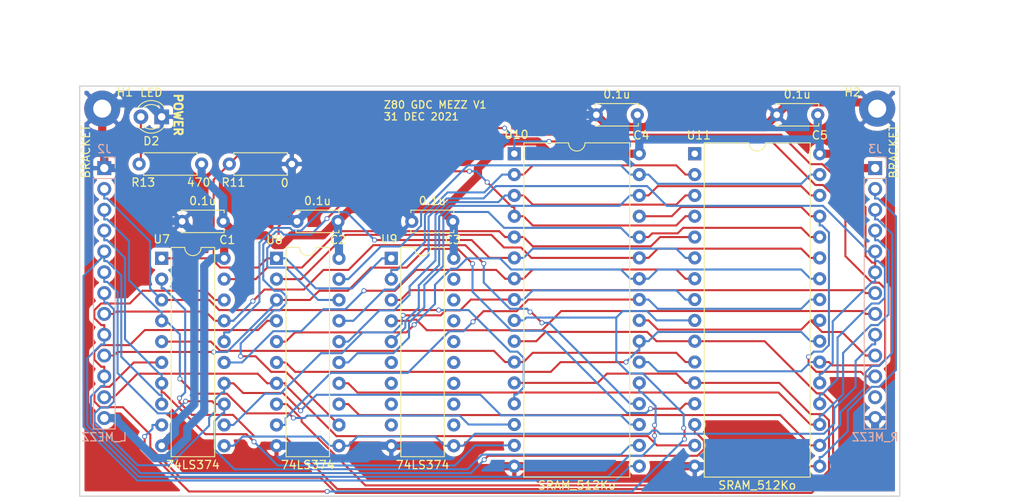
<source format=kicad_pcb>
(kicad_pcb (version 20171130) (host pcbnew "(5.1.10)-1")
  (layers (0 F.Cu signal hide) (31 B.Cu signal hide) (34 B.Paste user) (35 F.Paste user) (36 B.SilkS user) (37 F.SilkS user) (38 B.Mask user) (39 F.Mask user) (44 Edge.Cuts user))
  (net 0 "")
  (net 1 GND)
  (net 2 "Net-(D2-Pad2)")
  (net 3 /ZERO)
  (net 4 /AD15)
  (net 5 /AD14)
  (net 6 /AD13)
  (net 7 /AD12)
  (net 8 /AD11)
  (net 9 /AD10)
  (net 10 /AD9)
  (net 11 /AD8)
  (net 12 /AD7)
  (net 13 /AD6)
  (net 14 /AD5)
  (net 15 /AD4)
  (net 16 /AD3)
  (net 17 /AD2)
  (net 18 /AD1)
  (net 19 /AD0)
  (net 20 /xA3)
  (net 21 /xA2)
  (net 22 /xA1)
  (net 23 /xA0)
  (net 24 /xA7)
  (net 25 /xA6)
  (net 26 /xA5)
  (net 27 /xA4)
  (net 28 /xA11)
  (net 29 /xA10)
  (net 30 /xA9)
  (net 31 /xA8)
  (net 32 /xA14)
  (net 33 /xA13)
  (net 34 /xA12)
  (net 35 /ALE#)
  (net 36 /VRAM_WR#)
  (net 37 /VRAM_RD#)
  (net 38 VCC)
  (net 39 /A17)
  (net 40 /A16)
  (net 41 /xA15)
  (net 42 /xA17)
  (net 43 /xA16)
  (module MountingHole:MountingHole_2.2mm_M2_Pad (layer F.Cu) (at 142.25 48.75)
    (fp_text reference H2 (at -3 -2) (layer F.SilkS))
    (fp_text value BRACKET (at 2 5.25 90) (layer F.SilkS))
    (pad 1 thru_hole circle (at 0 0) (size 4.4 4.4) (drill 2.2) (layers *.Cu *.Mask) (net 1 GND))
  )
  (module MountingHole:MountingHole_2.2mm_M2_Pad (layer F.Cu) (at 47.75 48.75)
    (fp_text reference H1 (at 2.75 -2) (layer F.SilkS))
    (fp_text value BRACKET (at -2 5.25 90) (layer F.SilkS))
    (pad 1 thru_hole circle (at 0 0) (size 4.4 4.4) (drill 2.2) (layers *.Cu *.Mask) (net 1 GND))
  )
  (module Capacitor_THT:C_Disc_D5.0mm_W2.5mm_P5.00mm (layer F.Cu) (at 135 49.5 180)
    (fp_text reference C5 (at -0.25 -2.5) (layer F.SilkS))
    (fp_text value 0.1u (at 2.5 2.5) (layer F.SilkS))
    (pad 2 thru_hole circle (at 5 0 180) (size 1.6 1.6) (drill 0.8) (layers *.Cu *.Mask) (net 1 GND))
    (pad 1 thru_hole circle (at 0 0 180) (size 1.6 1.6) (drill 0.8) (layers *.Cu *.Mask) (net 38 VCC))
  )
  (module Capacitor_THT:C_Disc_D5.0mm_W2.5mm_P5.00mm (layer F.Cu) (at 113 49.5 180)
    (fp_text reference C4 (at -0.5 -2.5) (layer F.SilkS))
    (fp_text value 0.1u (at 2.5 2.5) (layer F.SilkS))
    (pad 2 thru_hole circle (at 5 0 180) (size 1.6 1.6) (drill 0.8) (layers *.Cu *.Mask) (net 1 GND))
    (pad 1 thru_hole circle (at 0 0 180) (size 1.6 1.6) (drill 0.8) (layers *.Cu *.Mask) (net 38 VCC))
  )
  (module Capacitor_THT:C_Disc_D5.0mm_W2.5mm_P5.00mm (layer F.Cu) (at 90.5 62.5 180)
    (fp_text reference C3 (at 0 -2.25) (layer F.SilkS))
    (fp_text value 0.1u (at 2.5 2.5) (layer F.SilkS))
    (pad 2 thru_hole circle (at 5 0 180) (size 1.6 1.6) (drill 0.8) (layers *.Cu *.Mask) (net 1 GND))
    (pad 1 thru_hole circle (at 0 0 180) (size 1.6 1.6) (drill 0.8) (layers *.Cu *.Mask) (net 38 VCC))
  )
  (module Capacitor_THT:C_Disc_D5.0mm_W2.5mm_P5.00mm (layer F.Cu) (at 76.5 62.5 180)
    (fp_text reference C2 (at 0 -2.25) (layer F.SilkS))
    (fp_text value 0.1u (at 2.5 2.5) (layer F.SilkS))
    (pad 2 thru_hole circle (at 5 0 180) (size 1.6 1.6) (drill 0.8) (layers *.Cu *.Mask) (net 1 GND))
    (pad 1 thru_hole circle (at 0 0 180) (size 1.6 1.6) (drill 0.8) (layers *.Cu *.Mask) (net 38 VCC))
  )
  (module Resistor_THT:R_Axial_DIN0207_L6.3mm_D2.5mm_P7.62mm_Horizontal (layer F.Cu) (at 52.25 55.5)
    (fp_text reference R13 (at 0.5 2.25) (layer F.SilkS))
    (fp_text value 470 (at 7.25 2.25) (layer F.SilkS))
    (pad 2 thru_hole oval (at 7.62 0) (size 1.6 1.6) (drill 0.8) (layers *.Cu *.Mask) (net 38 VCC))
    (pad 1 thru_hole circle (at 0 0) (size 1.6 1.6) (drill 0.8) (layers *.Cu *.Mask) (net 2 "Net-(D2-Pad2)"))
  )
  (module Package_DIP:DIP-32_W15.24mm (layer F.Cu) (at 120 54.25)
    (fp_text reference U11 (at 0.5 -2.25) (layer F.SilkS))
    (fp_text value SRAM_512Ko (at 7.62 40.43) (layer F.SilkS))
    (pad 32 thru_hole oval (at 15.24 0) (size 1.6 1.6) (drill 0.8) (layers *.Cu *.Mask) (net 38 VCC))
    (pad 16 thru_hole oval (at 0 38.1) (size 1.6 1.6) (drill 0.8) (layers *.Cu *.Mask) (net 1 GND))
    (pad 31 thru_hole oval (at 15.24 2.54) (size 1.6 1.6) (drill 0.8) (layers *.Cu *.Mask) (net 41 /xA15))
    (pad 15 thru_hole oval (at 0 35.56) (size 1.6 1.6) (drill 0.8) (layers *.Cu *.Mask) (net 9 /AD10))
    (pad 30 thru_hole oval (at 15.24 5.08) (size 1.6 1.6) (drill 0.8) (layers *.Cu *.Mask) (net 42 /xA17))
    (pad 14 thru_hole oval (at 0 33.02) (size 1.6 1.6) (drill 0.8) (layers *.Cu *.Mask) (net 10 /AD9))
    (pad 29 thru_hole oval (at 15.24 7.62) (size 1.6 1.6) (drill 0.8) (layers *.Cu *.Mask) (net 36 /VRAM_WR#))
    (pad 13 thru_hole oval (at 0 30.48) (size 1.6 1.6) (drill 0.8) (layers *.Cu *.Mask) (net 11 /AD8))
    (pad 28 thru_hole oval (at 15.24 10.16) (size 1.6 1.6) (drill 0.8) (layers *.Cu *.Mask) (net 33 /xA13))
    (pad 12 thru_hole oval (at 0 27.94) (size 1.6 1.6) (drill 0.8) (layers *.Cu *.Mask) (net 23 /xA0))
    (pad 27 thru_hole oval (at 15.24 12.7) (size 1.6 1.6) (drill 0.8) (layers *.Cu *.Mask) (net 31 /xA8))
    (pad 11 thru_hole oval (at 0 25.4) (size 1.6 1.6) (drill 0.8) (layers *.Cu *.Mask) (net 22 /xA1))
    (pad 26 thru_hole oval (at 15.24 15.24) (size 1.6 1.6) (drill 0.8) (layers *.Cu *.Mask) (net 30 /xA9))
    (pad 10 thru_hole oval (at 0 22.86) (size 1.6 1.6) (drill 0.8) (layers *.Cu *.Mask) (net 21 /xA2))
    (pad 25 thru_hole oval (at 15.24 17.78) (size 1.6 1.6) (drill 0.8) (layers *.Cu *.Mask) (net 28 /xA11))
    (pad 9 thru_hole oval (at 0 20.32) (size 1.6 1.6) (drill 0.8) (layers *.Cu *.Mask) (net 20 /xA3))
    (pad 24 thru_hole oval (at 15.24 20.32) (size 1.6 1.6) (drill 0.8) (layers *.Cu *.Mask) (net 37 /VRAM_RD#))
    (pad 8 thru_hole oval (at 0 17.78) (size 1.6 1.6) (drill 0.8) (layers *.Cu *.Mask) (net 27 /xA4))
    (pad 23 thru_hole oval (at 15.24 22.86) (size 1.6 1.6) (drill 0.8) (layers *.Cu *.Mask) (net 29 /xA10))
    (pad 7 thru_hole oval (at 0 15.24) (size 1.6 1.6) (drill 0.8) (layers *.Cu *.Mask) (net 26 /xA5))
    (pad 22 thru_hole oval (at 15.24 25.4) (size 1.6 1.6) (drill 0.8) (layers *.Cu *.Mask) (net 3 /ZERO))
    (pad 6 thru_hole oval (at 0 12.7) (size 1.6 1.6) (drill 0.8) (layers *.Cu *.Mask) (net 25 /xA6))
    (pad 21 thru_hole oval (at 15.24 27.94) (size 1.6 1.6) (drill 0.8) (layers *.Cu *.Mask) (net 4 /AD15))
    (pad 5 thru_hole oval (at 0 10.16) (size 1.6 1.6) (drill 0.8) (layers *.Cu *.Mask) (net 24 /xA7))
    (pad 20 thru_hole oval (at 15.24 30.48) (size 1.6 1.6) (drill 0.8) (layers *.Cu *.Mask) (net 5 /AD14))
    (pad 4 thru_hole oval (at 0 7.62) (size 1.6 1.6) (drill 0.8) (layers *.Cu *.Mask) (net 34 /xA12))
    (pad 19 thru_hole oval (at 15.24 33.02) (size 1.6 1.6) (drill 0.8) (layers *.Cu *.Mask) (net 6 /AD13))
    (pad 3 thru_hole oval (at 0 5.08) (size 1.6 1.6) (drill 0.8) (layers *.Cu *.Mask) (net 32 /xA14))
    (pad 18 thru_hole oval (at 15.24 35.56) (size 1.6 1.6) (drill 0.8) (layers *.Cu *.Mask) (net 7 /AD12))
    (pad 2 thru_hole oval (at 0 2.54) (size 1.6 1.6) (drill 0.8) (layers *.Cu *.Mask) (net 43 /xA16))
    (pad 17 thru_hole oval (at 15.24 38.1) (size 1.6 1.6) (drill 0.8) (layers *.Cu *.Mask) (net 8 /AD11))
    (pad 1 thru_hole rect (at 0 0) (size 1.6 1.6) (drill 0.8) (layers *.Cu *.Mask))
  )
  (module Package_DIP:DIP-32_W15.24mm (layer F.Cu) (at 98 54.25)
    (fp_text reference U10 (at 0.25 -2.33) (layer F.SilkS))
    (fp_text value SRAM_512Ko (at 7.62 40.43) (layer F.SilkS))
    (pad 32 thru_hole oval (at 15.24 0) (size 1.6 1.6) (drill 0.8) (layers *.Cu *.Mask) (net 38 VCC))
    (pad 16 thru_hole oval (at 0 38.1) (size 1.6 1.6) (drill 0.8) (layers *.Cu *.Mask) (net 1 GND))
    (pad 31 thru_hole oval (at 15.24 2.54) (size 1.6 1.6) (drill 0.8) (layers *.Cu *.Mask) (net 41 /xA15))
    (pad 15 thru_hole oval (at 0 35.56) (size 1.6 1.6) (drill 0.8) (layers *.Cu *.Mask) (net 17 /AD2))
    (pad 30 thru_hole oval (at 15.24 5.08) (size 1.6 1.6) (drill 0.8) (layers *.Cu *.Mask) (net 42 /xA17))
    (pad 14 thru_hole oval (at 0 33.02) (size 1.6 1.6) (drill 0.8) (layers *.Cu *.Mask) (net 18 /AD1))
    (pad 29 thru_hole oval (at 15.24 7.62) (size 1.6 1.6) (drill 0.8) (layers *.Cu *.Mask) (net 36 /VRAM_WR#))
    (pad 13 thru_hole oval (at 0 30.48) (size 1.6 1.6) (drill 0.8) (layers *.Cu *.Mask) (net 19 /AD0))
    (pad 28 thru_hole oval (at 15.24 10.16) (size 1.6 1.6) (drill 0.8) (layers *.Cu *.Mask) (net 33 /xA13))
    (pad 12 thru_hole oval (at 0 27.94) (size 1.6 1.6) (drill 0.8) (layers *.Cu *.Mask) (net 23 /xA0))
    (pad 27 thru_hole oval (at 15.24 12.7) (size 1.6 1.6) (drill 0.8) (layers *.Cu *.Mask) (net 31 /xA8))
    (pad 11 thru_hole oval (at 0 25.4) (size 1.6 1.6) (drill 0.8) (layers *.Cu *.Mask) (net 22 /xA1))
    (pad 26 thru_hole oval (at 15.24 15.24) (size 1.6 1.6) (drill 0.8) (layers *.Cu *.Mask) (net 30 /xA9))
    (pad 10 thru_hole oval (at 0 22.86) (size 1.6 1.6) (drill 0.8) (layers *.Cu *.Mask) (net 21 /xA2))
    (pad 25 thru_hole oval (at 15.24 17.78) (size 1.6 1.6) (drill 0.8) (layers *.Cu *.Mask) (net 28 /xA11))
    (pad 9 thru_hole oval (at 0 20.32) (size 1.6 1.6) (drill 0.8) (layers *.Cu *.Mask) (net 20 /xA3))
    (pad 24 thru_hole oval (at 15.24 20.32) (size 1.6 1.6) (drill 0.8) (layers *.Cu *.Mask) (net 37 /VRAM_RD#))
    (pad 8 thru_hole oval (at 0 17.78) (size 1.6 1.6) (drill 0.8) (layers *.Cu *.Mask) (net 27 /xA4))
    (pad 23 thru_hole oval (at 15.24 22.86) (size 1.6 1.6) (drill 0.8) (layers *.Cu *.Mask) (net 29 /xA10))
    (pad 7 thru_hole oval (at 0 15.24) (size 1.6 1.6) (drill 0.8) (layers *.Cu *.Mask) (net 26 /xA5))
    (pad 22 thru_hole oval (at 15.24 25.4) (size 1.6 1.6) (drill 0.8) (layers *.Cu *.Mask) (net 3 /ZERO))
    (pad 6 thru_hole oval (at 0 12.7) (size 1.6 1.6) (drill 0.8) (layers *.Cu *.Mask) (net 25 /xA6))
    (pad 21 thru_hole oval (at 15.24 27.94) (size 1.6 1.6) (drill 0.8) (layers *.Cu *.Mask) (net 12 /AD7))
    (pad 5 thru_hole oval (at 0 10.16) (size 1.6 1.6) (drill 0.8) (layers *.Cu *.Mask) (net 24 /xA7))
    (pad 20 thru_hole oval (at 15.24 30.48) (size 1.6 1.6) (drill 0.8) (layers *.Cu *.Mask) (net 13 /AD6))
    (pad 4 thru_hole oval (at 0 7.62) (size 1.6 1.6) (drill 0.8) (layers *.Cu *.Mask) (net 34 /xA12))
    (pad 19 thru_hole oval (at 15.24 33.02) (size 1.6 1.6) (drill 0.8) (layers *.Cu *.Mask) (net 14 /AD5))
    (pad 3 thru_hole oval (at 0 5.08) (size 1.6 1.6) (drill 0.8) (layers *.Cu *.Mask) (net 32 /xA14))
    (pad 18 thru_hole oval (at 15.24 35.56) (size 1.6 1.6) (drill 0.8) (layers *.Cu *.Mask) (net 15 /AD4))
    (pad 2 thru_hole oval (at 0 2.54) (size 1.6 1.6) (drill 0.8) (layers *.Cu *.Mask) (net 43 /xA16))
    (pad 17 thru_hole oval (at 15.24 38.1) (size 1.6 1.6) (drill 0.8) (layers *.Cu *.Mask) (net 16 /AD3))
    (pad 1 thru_hole rect (at 0 0) (size 1.6 1.6) (drill 0.8) (layers *.Cu *.Mask) (net 3 /ZERO))
  )
  (module Package_DIP:DIP-20_W7.62mm (layer F.Cu) (at 83 67)
    (fp_text reference U9 (at -0.25 -2.33) (layer F.SilkS))
    (fp_text value 74LS374 (at 3.81 25.19) (layer F.SilkS))
    (pad 20 thru_hole oval (at 7.62 0) (size 1.6 1.6) (drill 0.8) (layers *.Cu *.Mask) (net 38 VCC))
    (pad 10 thru_hole oval (at 0 22.86) (size 1.6 1.6) (drill 0.8) (layers *.Cu *.Mask) (net 1 GND))
    (pad 19 thru_hole oval (at 7.62 2.54) (size 1.6 1.6) (drill 0.8) (layers *.Cu *.Mask))
    (pad 9 thru_hole oval (at 0 20.32) (size 1.6 1.6) (drill 0.8) (layers *.Cu *.Mask))
    (pad 18 thru_hole oval (at 7.62 5.08) (size 1.6 1.6) (drill 0.8) (layers *.Cu *.Mask))
    (pad 8 thru_hole oval (at 0 17.78) (size 1.6 1.6) (drill 0.8) (layers *.Cu *.Mask))
    (pad 17 thru_hole oval (at 7.62 7.62) (size 1.6 1.6) (drill 0.8) (layers *.Cu *.Mask))
    (pad 7 thru_hole oval (at 0 15.24) (size 1.6 1.6) (drill 0.8) (layers *.Cu *.Mask))
    (pad 16 thru_hole oval (at 7.62 10.16) (size 1.6 1.6) (drill 0.8) (layers *.Cu *.Mask))
    (pad 6 thru_hole oval (at 0 12.7) (size 1.6 1.6) (drill 0.8) (layers *.Cu *.Mask))
    (pad 15 thru_hole oval (at 7.62 12.7) (size 1.6 1.6) (drill 0.8) (layers *.Cu *.Mask))
    (pad 5 thru_hole oval (at 0 10.16) (size 1.6 1.6) (drill 0.8) (layers *.Cu *.Mask) (net 42 /xA17))
    (pad 14 thru_hole oval (at 7.62 15.24) (size 1.6 1.6) (drill 0.8) (layers *.Cu *.Mask))
    (pad 4 thru_hole oval (at 0 7.62) (size 1.6 1.6) (drill 0.8) (layers *.Cu *.Mask) (net 39 /A17))
    (pad 13 thru_hole oval (at 7.62 17.78) (size 1.6 1.6) (drill 0.8) (layers *.Cu *.Mask))
    (pad 3 thru_hole oval (at 0 5.08) (size 1.6 1.6) (drill 0.8) (layers *.Cu *.Mask) (net 40 /A16))
    (pad 12 thru_hole oval (at 7.62 20.32) (size 1.6 1.6) (drill 0.8) (layers *.Cu *.Mask))
    (pad 2 thru_hole oval (at 0 2.54) (size 1.6 1.6) (drill 0.8) (layers *.Cu *.Mask) (net 43 /xA16))
    (pad 11 thru_hole oval (at 7.62 22.86) (size 1.6 1.6) (drill 0.8) (layers *.Cu *.Mask) (net 35 /ALE#))
    (pad 1 thru_hole rect (at 0 0) (size 1.6 1.6) (drill 0.8) (layers *.Cu *.Mask) (net 3 /ZERO))
  )
  (module Package_DIP:DIP-20_W7.62mm (layer F.Cu) (at 69 67)
    (fp_text reference U8 (at -0.25 -2.25) (layer F.SilkS))
    (fp_text value 74LS374 (at 3.81 25.19) (layer F.SilkS))
    (pad 20 thru_hole oval (at 7.62 0) (size 1.6 1.6) (drill 0.8) (layers *.Cu *.Mask) (net 38 VCC))
    (pad 10 thru_hole oval (at 0 22.86) (size 1.6 1.6) (drill 0.8) (layers *.Cu *.Mask) (net 1 GND))
    (pad 19 thru_hole oval (at 7.62 2.54) (size 1.6 1.6) (drill 0.8) (layers *.Cu *.Mask) (net 41 /xA15))
    (pad 9 thru_hole oval (at 0 20.32) (size 1.6 1.6) (drill 0.8) (layers *.Cu *.Mask) (net 28 /xA11))
    (pad 18 thru_hole oval (at 7.62 5.08) (size 1.6 1.6) (drill 0.8) (layers *.Cu *.Mask) (net 4 /AD15))
    (pad 8 thru_hole oval (at 0 17.78) (size 1.6 1.6) (drill 0.8) (layers *.Cu *.Mask) (net 8 /AD11))
    (pad 17 thru_hole oval (at 7.62 7.62) (size 1.6 1.6) (drill 0.8) (layers *.Cu *.Mask) (net 5 /AD14))
    (pad 7 thru_hole oval (at 0 15.24) (size 1.6 1.6) (drill 0.8) (layers *.Cu *.Mask) (net 9 /AD10))
    (pad 16 thru_hole oval (at 7.62 10.16) (size 1.6 1.6) (drill 0.8) (layers *.Cu *.Mask) (net 32 /xA14))
    (pad 6 thru_hole oval (at 0 12.7) (size 1.6 1.6) (drill 0.8) (layers *.Cu *.Mask) (net 29 /xA10))
    (pad 15 thru_hole oval (at 7.62 12.7) (size 1.6 1.6) (drill 0.8) (layers *.Cu *.Mask) (net 33 /xA13))
    (pad 5 thru_hole oval (at 0 10.16) (size 1.6 1.6) (drill 0.8) (layers *.Cu *.Mask) (net 30 /xA9))
    (pad 14 thru_hole oval (at 7.62 15.24) (size 1.6 1.6) (drill 0.8) (layers *.Cu *.Mask) (net 6 /AD13))
    (pad 4 thru_hole oval (at 0 7.62) (size 1.6 1.6) (drill 0.8) (layers *.Cu *.Mask) (net 10 /AD9))
    (pad 13 thru_hole oval (at 7.62 17.78) (size 1.6 1.6) (drill 0.8) (layers *.Cu *.Mask) (net 7 /AD12))
    (pad 3 thru_hole oval (at 0 5.08) (size 1.6 1.6) (drill 0.8) (layers *.Cu *.Mask) (net 11 /AD8))
    (pad 12 thru_hole oval (at 7.62 20.32) (size 1.6 1.6) (drill 0.8) (layers *.Cu *.Mask) (net 34 /xA12))
    (pad 2 thru_hole oval (at 0 2.54) (size 1.6 1.6) (drill 0.8) (layers *.Cu *.Mask) (net 31 /xA8))
    (pad 11 thru_hole oval (at 7.62 22.86) (size 1.6 1.6) (drill 0.8) (layers *.Cu *.Mask) (net 35 /ALE#))
    (pad 1 thru_hole rect (at 0 0) (size 1.6 1.6) (drill 0.8) (layers *.Cu *.Mask) (net 3 /ZERO))
  )
  (module Package_DIP:DIP-20_W7.62mm (layer F.Cu) (at 55 67)
    (fp_text reference U7 (at 0 -2.33) (layer F.SilkS))
    (fp_text value 74LS374 (at 3.81 25.19) (layer F.SilkS))
    (pad 20 thru_hole oval (at 7.62 0) (size 1.6 1.6) (drill 0.8) (layers *.Cu *.Mask) (net 38 VCC))
    (pad 10 thru_hole oval (at 0 22.86) (size 1.6 1.6) (drill 0.8) (layers *.Cu *.Mask) (net 1 GND))
    (pad 19 thru_hole oval (at 7.62 2.54) (size 1.6 1.6) (drill 0.8) (layers *.Cu *.Mask) (net 24 /xA7))
    (pad 9 thru_hole oval (at 0 20.32) (size 1.6 1.6) (drill 0.8) (layers *.Cu *.Mask) (net 20 /xA3))
    (pad 18 thru_hole oval (at 7.62 5.08) (size 1.6 1.6) (drill 0.8) (layers *.Cu *.Mask) (net 12 /AD7))
    (pad 8 thru_hole oval (at 0 17.78) (size 1.6 1.6) (drill 0.8) (layers *.Cu *.Mask) (net 16 /AD3))
    (pad 17 thru_hole oval (at 7.62 7.62) (size 1.6 1.6) (drill 0.8) (layers *.Cu *.Mask) (net 13 /AD6))
    (pad 7 thru_hole oval (at 0 15.24) (size 1.6 1.6) (drill 0.8) (layers *.Cu *.Mask) (net 17 /AD2))
    (pad 16 thru_hole oval (at 7.62 10.16) (size 1.6 1.6) (drill 0.8) (layers *.Cu *.Mask) (net 25 /xA6))
    (pad 6 thru_hole oval (at 0 12.7) (size 1.6 1.6) (drill 0.8) (layers *.Cu *.Mask) (net 21 /xA2))
    (pad 15 thru_hole oval (at 7.62 12.7) (size 1.6 1.6) (drill 0.8) (layers *.Cu *.Mask) (net 26 /xA5))
    (pad 5 thru_hole oval (at 0 10.16) (size 1.6 1.6) (drill 0.8) (layers *.Cu *.Mask) (net 22 /xA1))
    (pad 14 thru_hole oval (at 7.62 15.24) (size 1.6 1.6) (drill 0.8) (layers *.Cu *.Mask) (net 14 /AD5))
    (pad 4 thru_hole oval (at 0 7.62) (size 1.6 1.6) (drill 0.8) (layers *.Cu *.Mask) (net 18 /AD1))
    (pad 13 thru_hole oval (at 7.62 17.78) (size 1.6 1.6) (drill 0.8) (layers *.Cu *.Mask) (net 15 /AD4))
    (pad 3 thru_hole oval (at 0 5.08) (size 1.6 1.6) (drill 0.8) (layers *.Cu *.Mask) (net 19 /AD0))
    (pad 12 thru_hole oval (at 7.62 20.32) (size 1.6 1.6) (drill 0.8) (layers *.Cu *.Mask) (net 27 /xA4))
    (pad 2 thru_hole oval (at 0 2.54) (size 1.6 1.6) (drill 0.8) (layers *.Cu *.Mask) (net 23 /xA0))
    (pad 11 thru_hole oval (at 7.62 22.86) (size 1.6 1.6) (drill 0.8) (layers *.Cu *.Mask) (net 35 /ALE#))
    (pad 1 thru_hole rect (at 0 0) (size 1.6 1.6) (drill 0.8) (layers *.Cu *.Mask) (net 3 /ZERO))
  )
  (module Connector_PinHeader_2.54mm:PinHeader_1x13_P2.54mm_Vertical (layer B.Cu) (at 142 56 180)
    (fp_text reference J3 (at 0 2.33) (layer B.SilkS) (effects (justify mirror)))
    (fp_text value R_MEZZ (at 0 -32.81) (layer B.SilkS) (effects (justify mirror)))
    (pad 13 thru_hole oval (at 0 -30.48 180) (size 1.7 1.7) (drill 1) (layers *.Cu *.Mask) (net 1 GND))
    (pad 12 thru_hole oval (at 0 -27.94 180) (size 1.7 1.7) (drill 1) (layers *.Cu *.Mask))
    (pad 11 thru_hole oval (at 0 -25.4 180) (size 1.7 1.7) (drill 1) (layers *.Cu *.Mask) (net 36 /VRAM_WR#))
    (pad 10 thru_hole oval (at 0 -22.86 180) (size 1.7 1.7) (drill 1) (layers *.Cu *.Mask) (net 37 /VRAM_RD#))
    (pad 9 thru_hole oval (at 0 -20.32 180) (size 1.7 1.7) (drill 1) (layers *.Cu *.Mask) (net 35 /ALE#))
    (pad 8 thru_hole oval (at 0 -17.78 180) (size 1.7 1.7) (drill 1) (layers *.Cu *.Mask) (net 39 /A17))
    (pad 7 thru_hole oval (at 0 -15.24 180) (size 1.7 1.7) (drill 1) (layers *.Cu *.Mask) (net 40 /A16))
    (pad 6 thru_hole oval (at 0 -12.7 180) (size 1.7 1.7) (drill 1) (layers *.Cu *.Mask) (net 4 /AD15))
    (pad 5 thru_hole oval (at 0 -10.16 180) (size 1.7 1.7) (drill 1) (layers *.Cu *.Mask) (net 5 /AD14))
    (pad 4 thru_hole oval (at 0 -7.62 180) (size 1.7 1.7) (drill 1) (layers *.Cu *.Mask) (net 6 /AD13))
    (pad 3 thru_hole oval (at 0 -5.08 180) (size 1.7 1.7) (drill 1) (layers *.Cu *.Mask) (net 7 /AD12))
    (pad 2 thru_hole oval (at 0 -2.54 180) (size 1.7 1.7) (drill 1) (layers *.Cu *.Mask) (net 8 /AD11))
    (pad 1 thru_hole rect (at 0 0 180) (size 1.7 1.7) (drill 1) (layers *.Cu *.Mask) (net 38 VCC))
  )
  (module Connector_PinHeader_2.54mm:PinHeader_1x13_P2.54mm_Vertical (layer B.Cu) (at 48 56 180)
    (fp_text reference J2 (at 0 2.33) (layer B.SilkS) (effects (justify mirror)))
    (fp_text value L_MEZZ (at 0 -32.81) (layer B.SilkS) (effects (justify mirror)))
    (pad 13 thru_hole oval (at 0 -30.48 180) (size 1.7 1.7) (drill 1) (layers *.Cu *.Mask) (net 38 VCC))
    (pad 12 thru_hole oval (at 0 -27.94 180) (size 1.7 1.7) (drill 1) (layers *.Cu *.Mask) (net 9 /AD10))
    (pad 11 thru_hole oval (at 0 -25.4 180) (size 1.7 1.7) (drill 1) (layers *.Cu *.Mask) (net 10 /AD9))
    (pad 10 thru_hole oval (at 0 -22.86 180) (size 1.7 1.7) (drill 1) (layers *.Cu *.Mask) (net 11 /AD8))
    (pad 9 thru_hole oval (at 0 -20.32 180) (size 1.7 1.7) (drill 1) (layers *.Cu *.Mask) (net 12 /AD7))
    (pad 8 thru_hole oval (at 0 -17.78 180) (size 1.7 1.7) (drill 1) (layers *.Cu *.Mask) (net 13 /AD6))
    (pad 7 thru_hole oval (at 0 -15.24 180) (size 1.7 1.7) (drill 1) (layers *.Cu *.Mask) (net 14 /AD5))
    (pad 6 thru_hole oval (at 0 -12.7 180) (size 1.7 1.7) (drill 1) (layers *.Cu *.Mask) (net 15 /AD4))
    (pad 5 thru_hole oval (at 0 -10.16 180) (size 1.7 1.7) (drill 1) (layers *.Cu *.Mask) (net 16 /AD3))
    (pad 4 thru_hole oval (at 0 -7.62 180) (size 1.7 1.7) (drill 1) (layers *.Cu *.Mask) (net 17 /AD2))
    (pad 3 thru_hole oval (at 0 -5.08 180) (size 1.7 1.7) (drill 1) (layers *.Cu *.Mask) (net 18 /AD1))
    (pad 2 thru_hole oval (at 0 -2.54 180) (size 1.7 1.7) (drill 1) (layers *.Cu *.Mask) (net 19 /AD0))
    (pad 1 thru_hole rect (at 0 0 180) (size 1.7 1.7) (drill 1) (layers *.Cu *.Mask) (net 1 GND))
  )
  (module Capacitor_THT:C_Disc_D5.0mm_W2.5mm_P5.00mm (layer F.Cu) (at 62.5 62.5 180)
    (fp_text reference C1 (at -0.5 -2.25) (layer F.SilkS))
    (fp_text value 0.1u (at 2.5 2.5) (layer F.SilkS))
    (pad 2 thru_hole circle (at 5 0 180) (size 1.6 1.6) (drill 0.8) (layers *.Cu *.Mask) (net 1 GND))
    (pad 1 thru_hole circle (at 0 0 180) (size 1.6 1.6) (drill 0.8) (layers *.Cu *.Mask) (net 38 VCC))
  )
  (module LED_THT:LED_D3.0mm (layer F.Cu) (at 55 49.75 180)
    (fp_text reference D2 (at 1.27 -2.96) (layer F.SilkS))
    (fp_text value LED (at 1.27 2.96) (layer F.SilkS))
    (pad 2 thru_hole circle (at 2.54 0 180) (size 1.8 1.8) (drill 0.9) (layers *.Cu *.Mask) (net 2 "Net-(D2-Pad2)"))
    (pad 1 thru_hole rect (at 0 0 180) (size 1.8 1.8) (drill 0.9) (layers *.Cu *.Mask) (net 1 GND))
  )
  (module Resistor_THT:R_Axial_DIN0207_L6.3mm_D2.5mm_P7.62mm_Horizontal (layer F.Cu) (at 63.25 55.5)
    (fp_text reference R11 (at 0.5 2.25) (layer F.SilkS))
    (fp_text value 0 (at 6.75 2.31) (layer F.SilkS))
    (pad 2 thru_hole oval (at 7.62 0) (size 1.6 1.6) (drill 0.8) (layers *.Cu *.Mask) (net 1 GND))
    (pad 1 thru_hole circle (at 0 0) (size 1.6 1.6) (drill 0.8) (layers *.Cu *.Mask) (net 3 /ZERO))
  )
  (gr_line (start 145 46) (end 145 96) (layer Edge.Cuts) (width 0.15))
  (gr_line (start 45 96) (end 45 46) (layer Edge.Cuts) (width 0.15))
  (gr_line (start 45 96) (end 145 96) (layer Edge.Cuts) (width 0.15))
  (gr_text "Z80 GDC MEZZ V1\n31 DEC 2021" (at 82 49) (layer F.SilkS) (effects (font (size 0.9 0.9)) (justify left)))
  (gr_line (start 145 46) (end 45 46) (angle 90) (layer Edge.Cuts) (width 0.15))
  (gr_text POWER (at 57 49.5 270) (layer F.SilkS) (effects (font (size 1 1) (thickness 0.25))))
  (segment (start 59.0297 64.0297) (end 63.3723 64.0297) (width 1) (layer B.Cu) (net 1))
  (segment (start 63.3723 64.0297) (end 64.9536 62.4484) (width 1) (layer B.Cu) (net 1))
  (segment (start 64.9536 62.4484) (end 71.4484 62.4484) (width 1) (layer B.Cu) (net 1))
  (segment (start 71.4484 62.4484) (end 71.5 62.5) (width 1) (layer B.Cu) (net 1))
  (segment (start 57.5 62.5) (end 59.0297 64.0297) (width 1) (layer B.Cu) (net 1))
  (segment (start 55 89.86) (end 56.5004 88.3596) (width 1) (layer B.Cu) (net 1))
  (segment (start 56.5004 88.3596) (end 56.5004 87.2845) (width 1) (layer B.Cu) (net 1))
  (segment (start 56.5004 87.2845) (end 58.9867 84.7982) (width 1) (layer B.Cu) (net 1))
  (segment (start 58.9867 84.7982) (end 58.9867 64.0727) (width 1) (layer B.Cu) (net 1))
  (segment (start 58.9867 64.0727) (end 59.0297 64.0297) (width 1) (layer B.Cu) (net 1))
  (segment (start 49.5503 56) (end 56.0503 62.5) (width 1) (layer B.Cu) (net 1))
  (segment (start 56.0503 62.5) (end 57.5 62.5) (width 1) (layer B.Cu) (net 1))
  (segment (start 108 49.5) (end 109.5003 51.0003) (width 1) (layer F.Cu) (net 1))
  (segment (start 109.5003 51.0003) (end 128.4997 51.0003) (width 1) (layer F.Cu) (net 1))
  (segment (start 128.4997 51.0003) (end 130 49.5) (width 1) (layer F.Cu) (net 1))
  (segment (start 69 89.86) (end 67.4997 89.86) (width 1) (layer F.Cu) (net 1))
  (segment (start 55 89.86) (end 56.5003 89.86) (width 1) (layer F.Cu) (net 1))
  (segment (start 56.5003 89.86) (end 58.0037 91.3634) (width 1) (layer F.Cu) (net 1))
  (segment (start 58.0037 91.3634) (end 65.9963 91.3634) (width 1) (layer F.Cu) (net 1))
  (segment (start 65.9963 91.3634) (end 67.4997 89.86) (width 1) (layer F.Cu) (net 1))
  (segment (start 98 92.35) (end 96.4997 92.35) (width 1) (layer F.Cu) (net 1))
  (segment (start 83 89.86) (end 84.5003 89.86) (width 1) (layer F.Cu) (net 1))
  (segment (start 84.5003 89.86) (end 87.2151 92.5748) (width 1) (layer F.Cu) (net 1))
  (segment (start 87.2151 92.5748) (end 96.2749 92.5748) (width 1) (layer F.Cu) (net 1))
  (segment (start 96.2749 92.5748) (end 96.4997 92.35) (width 1) (layer F.Cu) (net 1))
  (segment (start 73.783 60.217) (end 71.5 62.5) (width 1) (layer B.Cu) (net 1))
  (segment (start 85.326 60.9968) (end 84.5462 60.217) (width 1) (layer B.Cu) (net 1))
  (segment (start 84.5462 60.217) (end 73.783 60.217) (width 1) (layer B.Cu) (net 1))
  (segment (start 73.783 60.217) (end 70.87 57.304) (width 1) (layer B.Cu) (net 1))
  (segment (start 70.87 57.304) (end 70.87 57.0003) (width 1) (layer B.Cu) (net 1))
  (segment (start 70.87 55.5) (end 70.87 57.0003) (width 1) (layer B.Cu) (net 1))
  (segment (start 142 86.48) (end 142 88.0303) (width 1) (layer B.Cu) (net 1))
  (segment (start 120 92.35) (end 121.5003 92.35) (width 1) (layer B.Cu) (net 1))
  (segment (start 121.5003 92.35) (end 123.0083 93.858) (width 1) (layer B.Cu) (net 1))
  (segment (start 123.0083 93.858) (end 136.1723 93.858) (width 1) (layer B.Cu) (net 1))
  (segment (start 136.1723 93.858) (end 142 88.0303) (width 1) (layer B.Cu) (net 1))
  (segment (start 108 49.5) (end 96.8228 49.5) (width 1) (layer B.Cu) (net 1))
  (segment (start 96.8228 49.5) (end 85.326 60.9968) (width 1) (layer B.Cu) (net 1))
  (segment (start 130 49.5) (end 131.5119 47.9881) (width 1) (layer F.Cu) (net 1))
  (segment (start 131.5119 47.9881) (end 141.4881 47.9881) (width 1) (layer F.Cu) (net 1))
  (segment (start 141.4881 47.9881) (end 142.25 48.75) (width 1) (layer F.Cu) (net 1))
  (segment (start 85.326 60.9968) (end 85.326 62.326) (width 1) (layer B.Cu) (net 1))
  (segment (start 85.326 62.326) (end 85.5 62.5) (width 1) (layer B.Cu) (net 1))
  (segment (start 55 49.75) (end 53.3678 48.1178) (width 1) (layer B.Cu) (net 1))
  (segment (start 53.3678 48.1178) (end 48.3822 48.1178) (width 1) (layer B.Cu) (net 1))
  (segment (start 48.3822 48.1178) (end 47.75 48.75) (width 1) (layer B.Cu) (net 1))
  (segment (start 48 56) (end 49.5503 56) (width 1) (layer B.Cu) (net 1))
  (segment (start 48 56) (end 48 54.4497) (width 1) (layer F.Cu) (net 1))
  (segment (start 48 54.4497) (end 47.75 54.1997) (width 1) (layer F.Cu) (net 1))
  (segment (start 47.75 54.1997) (end 47.75 48.75) (width 1) (layer F.Cu) (net 1))
  (segment (start 81.4997 89.86) (end 79.9617 91.398) (width 1) (layer B.Cu) (net 1))
  (segment (start 79.9617 91.398) (end 72.0383 91.398) (width 1) (layer B.Cu) (net 1))
  (segment (start 72.0383 91.398) (end 70.5003 89.86) (width 1) (layer B.Cu) (net 1))
  (segment (start 118.4997 92.35) (end 116.9888 93.8609) (width 1) (layer F.Cu) (net 1))
  (segment (start 116.9888 93.8609) (end 101.0112 93.8609) (width 1) (layer F.Cu) (net 1))
  (segment (start 101.0112 93.8609) (end 99.5003 92.35) (width 1) (layer F.Cu) (net 1))
  (segment (start 98 92.35) (end 99.5003 92.35) (width 1) (layer F.Cu) (net 1))
  (segment (start 120 92.35) (end 118.4997 92.35) (width 1) (layer F.Cu) (net 1))
  (segment (start 83 89.86) (end 81.4997 89.86) (width 1) (layer B.Cu) (net 1))
  (segment (start 69 89.86) (end 70.5003 89.86) (width 1) (layer B.Cu) (net 1))
  (segment (start 52.46 49.75) (end 52.46 55.29) (width 0.25) (layer F.Cu) (net 2))
  (segment (start 52.46 55.29) (end 52.25 55.5) (width 0.25) (layer F.Cu) (net 2))
  (segment (start 136.3653 79.65) (end 136.7685 80.0532) (width 0.25) (layer F.Cu) (net 3))
  (segment (start 136.7685 80.0532) (end 142.5097 80.0532) (width 0.25) (layer F.Cu) (net 3))
  (segment (start 142.5097 80.0532) (end 143.2239 79.339) (width 0.25) (layer F.Cu) (net 3))
  (segment (start 143.2239 79.339) (end 143.2239 70.7051) (width 0.25) (layer F.Cu) (net 3))
  (segment (start 143.2239 70.7051) (end 142.4888 69.97) (width 0.25) (layer F.Cu) (net 3))
  (segment (start 142.4888 69.97) (end 141.6058 69.97) (width 0.25) (layer F.Cu) (net 3))
  (segment (start 141.6058 69.97) (end 138.3699 66.7341) (width 0.25) (layer F.Cu) (net 3))
  (segment (start 138.3699 66.7341) (end 138.3699 60.7888) (width 0.25) (layer F.Cu) (net 3))
  (segment (start 138.3699 60.7888) (end 135.6411 58.06) (width 0.25) (layer F.Cu) (net 3))
  (segment (start 135.6411 58.06) (end 134.7098 58.06) (width 0.25) (layer F.Cu) (net 3))
  (segment (start 134.7098 58.06) (end 129.3985 52.7487) (width 0.25) (layer F.Cu) (net 3))
  (segment (start 129.3985 52.7487) (end 102.2387 52.7487) (width 0.25) (layer F.Cu) (net 3))
  (segment (start 98 52.7487) (end 102.2387 52.7487) (width 0.25) (layer B.Cu) (net 3))
  (segment (start 98 52.7487) (end 98 54.25) (width 0.25) (layer B.Cu) (net 3))
  (segment (start 96.8142 51.1245) (end 98 52.3103) (width 0.25) (layer B.Cu) (net 3))
  (segment (start 98 52.3103) (end 98 52.7487) (width 0.25) (layer B.Cu) (net 3))
  (segment (start 135.24 79.65) (end 136.3653 79.65) (width 0.25) (layer F.Cu) (net 3))
  (segment (start 63.25 55.5) (end 67.6255 51.1245) (width 0.25) (layer F.Cu) (net 3))
  (segment (start 67.6255 51.1245) (end 96.8142 51.1245) (width 0.25) (layer F.Cu) (net 3))
  (segment (start 61.3384 67) (end 61.3384 57.4116) (width 0.25) (layer F.Cu) (net 3))
  (segment (start 61.3384 57.4116) (end 63.25 55.5) (width 0.25) (layer F.Cu) (net 3))
  (segment (start 83 67) (end 81.8747 67) (width 0.25) (layer B.Cu) (net 3))
  (segment (start 81.8747 67) (end 78.2092 70.6655) (width 0.25) (layer B.Cu) (net 3))
  (segment (start 78.2092 70.6655) (end 73.7908 70.6655) (width 0.25) (layer B.Cu) (net 3))
  (segment (start 73.7908 70.6655) (end 70.1253 67) (width 0.25) (layer B.Cu) (net 3))
  (segment (start 69 67) (end 70.1253 67) (width 0.25) (layer B.Cu) (net 3))
  (segment (start 67.8747 67) (end 66.7464 68.1283) (width 0.25) (layer F.Cu) (net 3))
  (segment (start 66.7464 68.1283) (end 62.1493 68.1283) (width 0.25) (layer F.Cu) (net 3))
  (segment (start 62.1493 68.1283) (end 61.3384 67.3174) (width 0.25) (layer F.Cu) (net 3))
  (segment (start 61.3384 67.3174) (end 61.3384 67) (width 0.25) (layer F.Cu) (net 3))
  (segment (start 61.3384 67) (end 56.1253 67) (width 0.25) (layer F.Cu) (net 3))
  (segment (start 113.24 79.65) (end 114.3653 79.65) (width 0.25) (layer B.Cu) (net 3))
  (segment (start 135.24 79.65) (end 134.1147 79.65) (width 0.25) (layer B.Cu) (net 3))
  (segment (start 134.1147 79.65) (end 132.9894 80.7753) (width 0.25) (layer B.Cu) (net 3))
  (segment (start 132.9894 80.7753) (end 115.4906 80.7753) (width 0.25) (layer B.Cu) (net 3))
  (segment (start 115.4906 80.7753) (end 114.3653 79.65) (width 0.25) (layer B.Cu) (net 3))
  (segment (start 69 67) (end 67.8747 67) (width 0.25) (layer F.Cu) (net 3))
  (segment (start 55 67) (end 56.1253 67) (width 0.25) (layer F.Cu) (net 3))
  (via (at 102.2387 52.7487) (size 0.6) (layers F.Cu B.Cu) (net 3))
  (via (at 96.8142 51.1245) (size 0.6) (layers F.Cu B.Cu) (net 3))
  (segment (start 142 68.7) (end 142 67.5247) (width 0.25) (layer F.Cu) (net 4))
  (segment (start 69.258 64.3848) (end 67.8746 65.7682) (width 0.25) (layer B.Cu) (net 4))
  (segment (start 67.8746 65.7682) (end 67.8746 68.0024) (width 0.25) (layer B.Cu) (net 4))
  (segment (start 67.8746 68.0024) (end 67.9976 68.1254) (width 0.25) (layer B.Cu) (net 4))
  (segment (start 67.9976 68.1254) (end 70.1254 68.1254) (width 0.25) (layer B.Cu) (net 4))
  (segment (start 70.1254 68.1254) (end 74.08 72.08) (width 0.25) (layer B.Cu) (net 4))
  (segment (start 74.08 72.08) (end 76.62 72.08) (width 0.25) (layer B.Cu) (net 4))
  (segment (start 142 67.5247) (end 141.6326 67.5247) (width 0.25) (layer F.Cu) (net 4))
  (segment (start 141.6326 67.5247) (end 140.8247 66.7168) (width 0.25) (layer F.Cu) (net 4))
  (segment (start 140.8247 66.7168) (end 140.8247 60.7732) (width 0.25) (layer F.Cu) (net 4))
  (segment (start 140.8247 60.7732) (end 135.5715 55.52) (width 0.25) (layer F.Cu) (net 4))
  (segment (start 135.5715 55.52) (end 134.1146 55.52) (width 0.25) (layer F.Cu) (net 4))
  (segment (start 134.1146 55.52) (end 130.5188 51.9242) (width 0.25) (layer F.Cu) (net 4))
  (segment (start 130.5188 51.9242) (end 80.449 51.9242) (width 0.25) (layer F.Cu) (net 4))
  (segment (start 80.449 51.9242) (end 69.258 63.1152) (width 0.25) (layer F.Cu) (net 4))
  (segment (start 69.258 63.1152) (end 69.258 64.3848) (width 0.25) (layer F.Cu) (net 4))
  (segment (start 135.24 82.19) (end 135.24 81.0647) (width 0.25) (layer B.Cu) (net 4))
  (segment (start 142 68.7) (end 142 69.8753) (width 0.25) (layer B.Cu) (net 4))
  (segment (start 142 69.8753) (end 141.6327 69.8753) (width 0.25) (layer B.Cu) (net 4))
  (segment (start 141.6327 69.8753) (end 136.8248 74.6832) (width 0.25) (layer B.Cu) (net 4))
  (segment (start 136.8248 74.6832) (end 136.8248 79.7612) (width 0.25) (layer B.Cu) (net 4))
  (segment (start 136.8248 79.7612) (end 135.5213 81.0647) (width 0.25) (layer B.Cu) (net 4))
  (segment (start 135.5213 81.0647) (end 135.24 81.0647) (width 0.25) (layer B.Cu) (net 4))
  (via (at 69.258 64.3848) (size 0.6) (layers F.Cu B.Cu) (net 4))
  (segment (start 76.62 74.62) (end 78.3709 74.62) (width 0.25) (layer B.Cu) (net 5))
  (segment (start 78.3709 74.62) (end 82.1809 70.81) (width 0.25) (layer B.Cu) (net 5))
  (segment (start 82.1809 70.81) (end 83.391 70.81) (width 0.25) (layer B.Cu) (net 5))
  (segment (start 83.391 70.81) (end 87.5478 66.6532) (width 0.25) (layer B.Cu) (net 5))
  (segment (start 87.5478 66.6532) (end 87.5478 61.914) (width 0.25) (layer B.Cu) (net 5))
  (segment (start 87.5478 61.914) (end 89.7624 59.6994) (width 0.25) (layer B.Cu) (net 5))
  (segment (start 89.7624 59.6994) (end 94.2479 59.6994) (width 0.25) (layer B.Cu) (net 5))
  (segment (start 94.2479 59.6994) (end 95.7536 58.1937) (width 0.25) (layer B.Cu) (net 5))
  (segment (start 95.7536 58.1937) (end 114.1935 58.1937) (width 0.25) (layer B.Cu) (net 5))
  (segment (start 114.1935 58.1937) (end 116.5998 60.6) (width 0.25) (layer B.Cu) (net 5))
  (segment (start 116.5998 60.6) (end 135.632 60.6) (width 0.25) (layer B.Cu) (net 5))
  (segment (start 135.632 60.6) (end 140.8247 65.7927) (width 0.25) (layer B.Cu) (net 5))
  (segment (start 140.8247 65.7927) (end 140.8247 66.16) (width 0.25) (layer B.Cu) (net 5))
  (segment (start 135.24 83.6047) (end 135.5213 83.6047) (width 0.25) (layer B.Cu) (net 5))
  (segment (start 135.5213 83.6047) (end 137.4158 81.7102) (width 0.25) (layer B.Cu) (net 5))
  (segment (start 137.4158 81.7102) (end 137.4158 76.6575) (width 0.25) (layer B.Cu) (net 5))
  (segment (start 137.4158 76.6575) (end 141.5633 72.51) (width 0.25) (layer B.Cu) (net 5))
  (segment (start 141.5633 72.51) (end 142.4772 72.51) (width 0.25) (layer B.Cu) (net 5))
  (segment (start 142.4772 72.51) (end 143.1868 71.8004) (width 0.25) (layer B.Cu) (net 5))
  (segment (start 143.1868 71.8004) (end 143.1868 68.1548) (width 0.25) (layer B.Cu) (net 5))
  (segment (start 143.1868 68.1548) (end 142.3673 67.3353) (width 0.25) (layer B.Cu) (net 5))
  (segment (start 142.3673 67.3353) (end 142 67.3353) (width 0.25) (layer B.Cu) (net 5))
  (segment (start 142 66.16) (end 140.8247 66.16) (width 0.25) (layer B.Cu) (net 5))
  (segment (start 135.24 84.73) (end 135.24 83.6047) (width 0.25) (layer B.Cu) (net 5))
  (segment (start 142 66.16) (end 142 67.3353) (width 0.25) (layer B.Cu) (net 5))
  (segment (start 135.24 86.1447) (end 135.5213 86.1447) (width 0.25) (layer B.Cu) (net 6))
  (segment (start 135.5213 86.1447) (end 138.0914 83.5746) (width 0.25) (layer B.Cu) (net 6))
  (segment (start 138.0914 83.5746) (end 138.0914 78.5416) (width 0.25) (layer B.Cu) (net 6))
  (segment (start 138.0914 78.5416) (end 141.4884 75.1446) (width 0.25) (layer B.Cu) (net 6))
  (segment (start 141.4884 75.1446) (end 142.3419 75.1446) (width 0.25) (layer B.Cu) (net 6))
  (segment (start 142.3419 75.1446) (end 143.6372 73.8493) (width 0.25) (layer B.Cu) (net 6))
  (segment (start 143.6372 73.8493) (end 143.6372 66.0652) (width 0.25) (layer B.Cu) (net 6))
  (segment (start 143.6372 66.0652) (end 142.3673 64.7953) (width 0.25) (layer B.Cu) (net 6))
  (segment (start 142.3673 64.7953) (end 142 64.7953) (width 0.25) (layer B.Cu) (net 6))
  (segment (start 77.7453 82.24) (end 78.8706 83.3653) (width 0.25) (layer F.Cu) (net 6))
  (segment (start 78.8706 83.3653) (end 130.21 83.3653) (width 0.25) (layer F.Cu) (net 6))
  (segment (start 130.21 83.3653) (end 134.1147 87.27) (width 0.25) (layer F.Cu) (net 6))
  (segment (start 76.62 82.24) (end 77.7453 82.24) (width 0.25) (layer F.Cu) (net 6))
  (segment (start 135.24 87.27) (end 134.1147 87.27) (width 0.25) (layer F.Cu) (net 6))
  (segment (start 135.24 87.27) (end 135.24 86.1447) (width 0.25) (layer B.Cu) (net 6))
  (segment (start 142 63.62) (end 142 64.7953) (width 0.25) (layer B.Cu) (net 6))
  (segment (start 134.1147 89.81) (end 130.4204 86.1157) (width 0.25) (layer F.Cu) (net 7))
  (segment (start 130.4204 86.1157) (end 79.081 86.1157) (width 0.25) (layer F.Cu) (net 7))
  (segment (start 79.081 86.1157) (end 77.7453 84.78) (width 0.25) (layer F.Cu) (net 7))
  (segment (start 135.24 89.81) (end 137.7682 87.2818) (width 0.25) (layer B.Cu) (net 7))
  (segment (start 137.7682 87.2818) (end 137.7682 85.7842) (width 0.25) (layer B.Cu) (net 7))
  (segment (start 137.7682 85.7842) (end 140.8247 82.7277) (width 0.25) (layer B.Cu) (net 7))
  (segment (start 140.8247 82.7277) (end 140.8247 80.911) (width 0.25) (layer B.Cu) (net 7))
  (segment (start 140.8247 80.911) (end 141.6057 80.13) (width 0.25) (layer B.Cu) (net 7))
  (segment (start 141.6057 80.13) (end 142.4887 80.13) (width 0.25) (layer B.Cu) (net 7))
  (segment (start 142.4887 80.13) (end 144.0875 78.5312) (width 0.25) (layer B.Cu) (net 7))
  (segment (start 144.0875 78.5312) (end 144.0875 64.0452) (width 0.25) (layer B.Cu) (net 7))
  (segment (start 144.0875 64.0452) (end 142.2976 62.2553) (width 0.25) (layer B.Cu) (net 7))
  (segment (start 142.2976 62.2553) (end 142 62.2553) (width 0.25) (layer B.Cu) (net 7))
  (segment (start 76.62 84.78) (end 77.7453 84.78) (width 0.25) (layer F.Cu) (net 7))
  (segment (start 135.24 89.81) (end 134.1147 89.81) (width 0.25) (layer F.Cu) (net 7))
  (segment (start 142 61.08) (end 142 62.2553) (width 0.25) (layer B.Cu) (net 7))
  (segment (start 135.24 91.2247) (end 135.5214 91.2247) (width 0.25) (layer B.Cu) (net 8))
  (segment (start 135.5214 91.2247) (end 138.6688 88.0773) (width 0.25) (layer B.Cu) (net 8))
  (segment (start 138.6688 88.0773) (end 138.6688 85.5711) (width 0.25) (layer B.Cu) (net 8))
  (segment (start 138.6688 85.5711) (end 141.5699 82.67) (width 0.25) (layer B.Cu) (net 8))
  (segment (start 141.5699 82.67) (end 142.4786 82.67) (width 0.25) (layer B.Cu) (net 8))
  (segment (start 142.4786 82.67) (end 144.5378 80.6108) (width 0.25) (layer B.Cu) (net 8))
  (segment (start 144.5378 80.6108) (end 144.5378 61.8878) (width 0.25) (layer B.Cu) (net 8))
  (segment (start 144.5378 61.8878) (end 142.3653 59.7153) (width 0.25) (layer B.Cu) (net 8))
  (segment (start 142.3653 59.7153) (end 142 59.7153) (width 0.25) (layer B.Cu) (net 8))
  (segment (start 70.1253 84.78) (end 70.2596 84.78) (width 0.25) (layer F.Cu) (net 8))
  (segment (start 70.2596 84.78) (end 72.0633 86.5837) (width 0.25) (layer F.Cu) (net 8))
  (segment (start 72.0633 86.5837) (end 72.0633 86.9199) (width 0.25) (layer F.Cu) (net 8))
  (segment (start 72.0633 86.9199) (end 79.8335 94.6901) (width 0.25) (layer F.Cu) (net 8))
  (segment (start 79.8335 94.6901) (end 131.7746 94.6901) (width 0.25) (layer F.Cu) (net 8))
  (segment (start 131.7746 94.6901) (end 134.1147 92.35) (width 0.25) (layer F.Cu) (net 8))
  (segment (start 135.24 92.35) (end 134.1147 92.35) (width 0.25) (layer F.Cu) (net 8))
  (segment (start 69 84.78) (end 70.1253 84.78) (width 0.25) (layer F.Cu) (net 8))
  (segment (start 142 58.54) (end 142 59.7153) (width 0.25) (layer B.Cu) (net 8))
  (segment (start 135.24 92.35) (end 135.24 91.2247) (width 0.25) (layer B.Cu) (net 8))
  (segment (start 70.1253 82.24) (end 70.1253 82.4966) (width 0.25) (layer F.Cu) (net 9))
  (segment (start 70.1253 82.4966) (end 76.3134 88.6847) (width 0.25) (layer F.Cu) (net 9))
  (segment (start 76.3134 88.6847) (end 114.2758 88.6847) (width 0.25) (layer F.Cu) (net 9))
  (segment (start 114.2758 88.6847) (end 115.4011 89.81) (width 0.25) (layer F.Cu) (net 9))
  (segment (start 115.4011 89.81) (end 118.8747 89.81) (width 0.25) (layer F.Cu) (net 9))
  (segment (start 67.8747 82.24) (end 66.7055 81.0708) (width 0.25) (layer F.Cu) (net 9))
  (segment (start 66.7055 81.0708) (end 52.0445 81.0708) (width 0.25) (layer F.Cu) (net 9))
  (segment (start 52.0445 81.0708) (end 49.1753 83.94) (width 0.25) (layer F.Cu) (net 9))
  (segment (start 69 82.24) (end 67.8747 82.24) (width 0.25) (layer F.Cu) (net 9))
  (segment (start 48 83.94) (end 49.1753 83.94) (width 0.25) (layer F.Cu) (net 9))
  (segment (start 120 89.81) (end 118.8747 89.81) (width 0.25) (layer F.Cu) (net 9))
  (segment (start 69 82.24) (end 70.1253 82.24) (width 0.25) (layer F.Cu) (net 9))
  (segment (start 69 74.62) (end 67.8747 74.62) (width 0.25) (layer F.Cu) (net 10))
  (segment (start 48 81.4) (end 48 80.2247) (width 0.25) (layer F.Cu) (net 10))
  (segment (start 48 80.2247) (end 47.6327 80.2247) (width 0.25) (layer F.Cu) (net 10))
  (segment (start 47.6327 80.2247) (end 46.78 79.372) (width 0.25) (layer F.Cu) (net 10))
  (segment (start 46.78 79.372) (end 46.78 78.4113) (width 0.25) (layer F.Cu) (net 10))
  (segment (start 46.78 78.4113) (end 47.6013 77.59) (width 0.25) (layer F.Cu) (net 10))
  (segment (start 47.6013 77.59) (end 51.1043 77.59) (width 0.25) (layer F.Cu) (net 10))
  (segment (start 51.1043 77.59) (end 52.949 75.7453) (width 0.25) (layer F.Cu) (net 10))
  (segment (start 52.949 75.7453) (end 66.7494 75.7453) (width 0.25) (layer F.Cu) (net 10))
  (segment (start 66.7494 75.7453) (end 67.8747 74.62) (width 0.25) (layer F.Cu) (net 10))
  (segment (start 48 82.5753) (end 47.6327 82.5753) (width 0.25) (layer B.Cu) (net 10))
  (segment (start 47.6327 82.5753) (end 46.3678 83.8402) (width 0.25) (layer B.Cu) (net 10))
  (segment (start 46.3678 83.8402) (end 46.3678 87.1578) (width 0.25) (layer B.Cu) (net 10))
  (segment (start 46.3678 87.1578) (end 52.402 93.192) (width 0.25) (layer B.Cu) (net 10))
  (segment (start 52.402 93.192) (end 92.699 93.192) (width 0.25) (layer B.Cu) (net 10))
  (segment (start 92.699 93.192) (end 94.3267 91.5643) (width 0.25) (layer B.Cu) (net 10))
  (segment (start 48 81.4) (end 48 82.5753) (width 0.25) (layer B.Cu) (net 10))
  (segment (start 94.3267 91.5643) (end 94.811 91.08) (width 0.25) (layer F.Cu) (net 10))
  (segment (start 94.811 91.08) (end 120.3218 91.08) (width 0.25) (layer F.Cu) (net 10))
  (segment (start 120.3218 91.08) (end 121.1253 90.2765) (width 0.25) (layer F.Cu) (net 10))
  (segment (start 121.1253 90.2765) (end 121.1253 89.2392) (width 0.25) (layer F.Cu) (net 10))
  (segment (start 121.1253 89.2392) (end 120.2814 88.3953) (width 0.25) (layer F.Cu) (net 10))
  (segment (start 120.2814 88.3953) (end 120 88.3953) (width 0.25) (layer F.Cu) (net 10))
  (segment (start 120 87.27) (end 120 88.3953) (width 0.25) (layer F.Cu) (net 10))
  (via (at 94.3267 91.5643) (size 0.6) (layers F.Cu B.Cu) (net 10))
  (segment (start 48 78.86) (end 49.1753 78.86) (width 0.25) (layer F.Cu) (net 11))
  (segment (start 61.345 78.4195) (end 62.9661 78.4195) (width 0.25) (layer B.Cu) (net 11))
  (segment (start 62.9661 78.4195) (end 69 72.3856) (width 0.25) (layer B.Cu) (net 11))
  (segment (start 69 72.3856) (end 69 72.08) (width 0.25) (layer B.Cu) (net 11))
  (segment (start 49.1753 78.86) (end 49.6158 78.4195) (width 0.25) (layer F.Cu) (net 11))
  (segment (start 49.6158 78.4195) (end 61.345 78.4195) (width 0.25) (layer F.Cu) (net 11))
  (segment (start 69 72.08) (end 73.0752 72.08) (width 0.25) (layer F.Cu) (net 11))
  (segment (start 73.0752 72.08) (end 74.2006 70.9546) (width 0.25) (layer F.Cu) (net 11))
  (segment (start 74.2006 70.9546) (end 77.7113 70.9546) (width 0.25) (layer F.Cu) (net 11))
  (segment (start 77.7113 70.9546) (end 80.5263 68.1396) (width 0.25) (layer F.Cu) (net 11))
  (segment (start 80.5263 68.1396) (end 84.8597 68.1396) (width 0.25) (layer F.Cu) (net 11))
  (segment (start 84.8597 68.1396) (end 87.1501 65.8492) (width 0.25) (layer F.Cu) (net 11))
  (segment (start 87.1501 65.8492) (end 91.0952 65.8492) (width 0.25) (layer F.Cu) (net 11))
  (segment (start 91.0952 65.8492) (end 92.905 67.659) (width 0.25) (layer F.Cu) (net 11))
  (segment (start 114.6028 85.3389) (end 114.0863 85.8554) (width 0.25) (layer B.Cu) (net 11))
  (segment (start 114.0863 85.8554) (end 111.7448 85.8554) (width 0.25) (layer B.Cu) (net 11))
  (segment (start 111.7448 85.8554) (end 101.7294 75.84) (width 0.25) (layer B.Cu) (net 11))
  (segment (start 101.7294 75.84) (end 97.6659 75.84) (width 0.25) (layer B.Cu) (net 11))
  (segment (start 97.6659 75.84) (end 92.905 71.0791) (width 0.25) (layer B.Cu) (net 11))
  (segment (start 92.905 71.0791) (end 92.905 67.659) (width 0.25) (layer B.Cu) (net 11))
  (segment (start 120 84.73) (end 118.8747 84.73) (width 0.25) (layer F.Cu) (net 11))
  (segment (start 114.6028 85.3389) (end 118.2658 85.3389) (width 0.25) (layer F.Cu) (net 11))
  (segment (start 118.2658 85.3389) (end 118.8747 84.73) (width 0.25) (layer F.Cu) (net 11))
  (via (at 61.345 78.4195) (size 0.6) (layers F.Cu B.Cu) (net 11))
  (via (at 114.6028 85.3389) (size 0.6) (layers F.Cu B.Cu) (net 11))
  (via (at 92.905 67.659) (size 0.6) (layers F.Cu B.Cu) (net 11))
  (segment (start 48 77.4953) (end 47.6327 77.4953) (width 0.25) (layer B.Cu) (net 12))
  (segment (start 47.6327 77.4953) (end 45.9175 79.2105) (width 0.25) (layer B.Cu) (net 12))
  (segment (start 45.9175 79.2105) (end 45.9175 87.3444) (width 0.25) (layer B.Cu) (net 12))
  (segment (start 45.9175 87.3444) (end 52.2163 93.6432) (width 0.25) (layer B.Cu) (net 12))
  (segment (start 52.2163 93.6432) (end 109.4115 93.6432) (width 0.25) (layer B.Cu) (net 12))
  (segment (start 109.4115 93.6432) (end 111.9747 91.08) (width 0.25) (layer B.Cu) (net 12))
  (segment (start 111.9747 91.08) (end 113.6159 91.08) (width 0.25) (layer B.Cu) (net 12))
  (segment (start 113.6159 91.08) (end 115.1038 89.5921) (width 0.25) (layer B.Cu) (net 12))
  (segment (start 115.1038 89.5921) (end 115.1038 88.6284) (width 0.25) (layer B.Cu) (net 12))
  (segment (start 62.62 72.08) (end 61.4947 72.08) (width 0.25) (layer F.Cu) (net 12))
  (segment (start 48 76.32) (end 48 75.1447) (width 0.25) (layer F.Cu) (net 12))
  (segment (start 48 75.1447) (end 47.6327 75.1447) (width 0.25) (layer F.Cu) (net 12))
  (segment (start 47.6327 75.1447) (end 46.78 74.292) (width 0.25) (layer F.Cu) (net 12))
  (segment (start 46.78 74.292) (end 46.78 73.3313) (width 0.25) (layer F.Cu) (net 12))
  (segment (start 46.78 73.3313) (end 47.6013 72.51) (width 0.25) (layer F.Cu) (net 12))
  (segment (start 47.6013 72.51) (end 51.1043 72.51) (width 0.25) (layer F.Cu) (net 12))
  (segment (start 51.1043 72.51) (end 52.6596 70.9547) (width 0.25) (layer F.Cu) (net 12))
  (segment (start 52.6596 70.9547) (end 60.3694 70.9547) (width 0.25) (layer F.Cu) (net 12))
  (segment (start 60.3694 70.9547) (end 61.4947 72.08) (width 0.25) (layer F.Cu) (net 12))
  (segment (start 48 76.32) (end 48 77.4953) (width 0.25) (layer B.Cu) (net 12))
  (segment (start 113.24 82.19) (end 113.24 83.3153) (width 0.25) (layer B.Cu) (net 12))
  (segment (start 115.1038 88.6284) (end 115.1038 87.3491) (width 0.25) (layer F.Cu) (net 12))
  (segment (start 113.24 83.3153) (end 113.5213 83.3153) (width 0.25) (layer B.Cu) (net 12))
  (segment (start 113.5213 83.3153) (end 115.2282 85.0222) (width 0.25) (layer B.Cu) (net 12))
  (segment (start 115.2282 85.0222) (end 115.2282 87.2247) (width 0.25) (layer B.Cu) (net 12))
  (segment (start 115.2282 87.2247) (end 115.1038 87.3491) (width 0.25) (layer B.Cu) (net 12))
  (via (at 115.1038 87.3491) (size 0.6) (layers F.Cu B.Cu) (net 12))
  (via (at 115.1038 88.6284) (size 0.6) (layers F.Cu B.Cu) (net 12))
  (segment (start 99.9272 73.5402) (end 100.0397 73.5402) (width 0.25) (layer F.Cu) (net 13))
  (segment (start 100.0397 73.5402) (end 101.3655 74.866) (width 0.25) (layer F.Cu) (net 13))
  (segment (start 112.1147 84.73) (end 102.2507 74.866) (width 0.25) (layer B.Cu) (net 13))
  (segment (start 102.2507 74.866) (end 101.3655 74.866) (width 0.25) (layer B.Cu) (net 13))
  (segment (start 66.1196 72.2225) (end 67.5321 70.81) (width 0.25) (layer F.Cu) (net 13))
  (segment (start 67.5321 70.81) (end 72.3375 70.81) (width 0.25) (layer F.Cu) (net 13))
  (segment (start 72.3375 70.81) (end 74.7329 68.4146) (width 0.25) (layer F.Cu) (net 13))
  (segment (start 74.7329 68.4146) (end 77.7825 68.4146) (width 0.25) (layer F.Cu) (net 13))
  (segment (start 77.7825 68.4146) (end 80.7983 65.3988) (width 0.25) (layer F.Cu) (net 13))
  (segment (start 80.7983 65.3988) (end 92.0292 65.3988) (width 0.25) (layer F.Cu) (net 13))
  (segment (start 92.0292 65.3988) (end 94.2717 67.6413) (width 0.25) (layer F.Cu) (net 13))
  (segment (start 99.9272 73.5402) (end 99.5424 73.1554) (width 0.25) (layer B.Cu) (net 13))
  (segment (start 99.5424 73.1554) (end 97.466 73.1554) (width 0.25) (layer B.Cu) (net 13))
  (segment (start 97.466 73.1554) (end 94.2717 69.9611) (width 0.25) (layer B.Cu) (net 13))
  (segment (start 94.2717 69.9611) (end 94.2717 67.6413) (width 0.25) (layer B.Cu) (net 13))
  (segment (start 62.62 74.62) (end 63.7453 74.62) (width 0.25) (layer B.Cu) (net 13))
  (segment (start 113.24 84.73) (end 112.1147 84.73) (width 0.25) (layer B.Cu) (net 13))
  (segment (start 63.7453 74.62) (end 63.7453 74.5968) (width 0.25) (layer B.Cu) (net 13))
  (segment (start 63.7453 74.5968) (end 66.1196 72.2225) (width 0.25) (layer B.Cu) (net 13))
  (segment (start 62.62 74.62) (end 61.4947 74.62) (width 0.25) (layer F.Cu) (net 13))
  (segment (start 48 73.78) (end 49.1753 73.78) (width 0.25) (layer F.Cu) (net 13))
  (segment (start 49.1753 73.78) (end 49.4606 73.4947) (width 0.25) (layer F.Cu) (net 13))
  (segment (start 49.4606 73.4947) (end 60.3694 73.4947) (width 0.25) (layer F.Cu) (net 13))
  (segment (start 60.3694 73.4947) (end 61.4947 74.62) (width 0.25) (layer F.Cu) (net 13))
  (via (at 101.3655 74.866) (size 0.6) (layers F.Cu B.Cu) (net 13))
  (via (at 99.9272 73.5402) (size 0.6) (layers F.Cu B.Cu) (net 13))
  (via (at 94.2717 67.6413) (size 0.6) (layers F.Cu B.Cu) (net 13))
  (via (at 66.1196 72.2225) (size 0.6) (layers F.Cu B.Cu) (net 13))
  (segment (start 62.62 82.24) (end 62.62 83.3653) (width 0.25) (layer B.Cu) (net 14))
  (segment (start 48 71.24) (end 48 72.4153) (width 0.25) (layer B.Cu) (net 14))
  (segment (start 48 72.4153) (end 48.3674 72.4153) (width 0.25) (layer B.Cu) (net 14))
  (segment (start 48.3674 72.4153) (end 49.1753 73.2232) (width 0.25) (layer B.Cu) (net 14))
  (segment (start 49.1753 73.2232) (end 49.1753 84.4767) (width 0.25) (layer B.Cu) (net 14))
  (segment (start 49.1753 84.4767) (end 48.442 85.21) (width 0.25) (layer B.Cu) (net 14))
  (segment (start 48.442 85.21) (end 47.5285 85.21) (width 0.25) (layer B.Cu) (net 14))
  (segment (start 47.5285 85.21) (end 46.8181 85.9204) (width 0.25) (layer B.Cu) (net 14))
  (segment (start 46.8181 85.9204) (end 46.8181 86.9712) (width 0.25) (layer B.Cu) (net 14))
  (segment (start 46.8181 86.9712) (end 52.0817 92.2348) (width 0.25) (layer B.Cu) (net 14))
  (segment (start 52.0817 92.2348) (end 55.9641 92.2348) (width 0.25) (layer B.Cu) (net 14))
  (segment (start 55.9641 92.2348) (end 60.7873 87.4116) (width 0.25) (layer B.Cu) (net 14))
  (segment (start 60.7873 87.4116) (end 60.7873 86.4189) (width 0.25) (layer B.Cu) (net 14))
  (segment (start 60.7873 86.4189) (end 61.4947 85.7115) (width 0.25) (layer B.Cu) (net 14))
  (segment (start 61.4947 85.7115) (end 61.4947 84.2092) (width 0.25) (layer B.Cu) (net 14))
  (segment (start 61.4947 84.2092) (end 62.3386 83.3653) (width 0.25) (layer B.Cu) (net 14))
  (segment (start 62.3386 83.3653) (end 62.62 83.3653) (width 0.25) (layer B.Cu) (net 14))
  (segment (start 63.7453 82.24) (end 64.93 83.4247) (width 0.25) (layer F.Cu) (net 14))
  (segment (start 64.93 83.4247) (end 69.7886 83.4247) (width 0.25) (layer F.Cu) (net 14))
  (segment (start 69.7886 83.4247) (end 71.9472 85.5833) (width 0.25) (layer F.Cu) (net 14))
  (segment (start 112.1147 87.27) (end 110.9894 86.1447) (width 0.25) (layer B.Cu) (net 14))
  (segment (start 110.9894 86.1447) (end 96.3863 86.1447) (width 0.25) (layer B.Cu) (net 14))
  (segment (start 96.3863 86.1447) (end 93.8821 83.6405) (width 0.25) (layer B.Cu) (net 14))
  (segment (start 93.8821 83.6405) (end 73.89 83.6405) (width 0.25) (layer B.Cu) (net 14))
  (segment (start 73.89 83.6405) (end 71.9472 85.5833) (width 0.25) (layer B.Cu) (net 14))
  (segment (start 113.24 87.27) (end 112.1147 87.27) (width 0.25) (layer B.Cu) (net 14))
  (segment (start 62.62 82.24) (end 63.7453 82.24) (width 0.25) (layer F.Cu) (net 14))
  (via (at 71.9472 85.5833) (size 0.6) (layers F.Cu B.Cu) (net 14))
  (segment (start 57.9174 84.4297) (end 56.4416 85.9055) (width 0.25) (layer B.Cu) (net 15))
  (segment (start 56.4416 85.9055) (end 54.5335 85.9055) (width 0.25) (layer B.Cu) (net 15))
  (segment (start 54.5335 85.9055) (end 49.6257 80.9977) (width 0.25) (layer B.Cu) (net 15))
  (segment (start 49.6257 80.9977) (end 49.6257 71.1391) (width 0.25) (layer B.Cu) (net 15))
  (segment (start 49.6257 71.1391) (end 48.3619 69.8753) (width 0.25) (layer B.Cu) (net 15))
  (segment (start 48.3619 69.8753) (end 48 69.8753) (width 0.25) (layer B.Cu) (net 15))
  (segment (start 61.4947 84.78) (end 61.1444 84.4297) (width 0.25) (layer F.Cu) (net 15))
  (segment (start 61.1444 84.4297) (end 57.9174 84.4297) (width 0.25) (layer F.Cu) (net 15))
  (segment (start 112.1147 89.81) (end 110.9894 90.9353) (width 0.25) (layer B.Cu) (net 15))
  (segment (start 110.9894 90.9353) (end 94.0714 90.9353) (width 0.25) (layer B.Cu) (net 15))
  (segment (start 94.0714 90.9353) (end 92.2908 92.7159) (width 0.25) (layer B.Cu) (net 15))
  (segment (start 92.2908 92.7159) (end 63.8609 92.7159) (width 0.25) (layer B.Cu) (net 15))
  (segment (start 63.8609 92.7159) (end 61.4545 90.3095) (width 0.25) (layer B.Cu) (net 15))
  (segment (start 61.4545 90.3095) (end 61.4545 86.84) (width 0.25) (layer B.Cu) (net 15))
  (segment (start 61.4545 86.84) (end 62.3892 85.9053) (width 0.25) (layer B.Cu) (net 15))
  (segment (start 62.3892 85.9053) (end 62.62 85.9053) (width 0.25) (layer B.Cu) (net 15))
  (segment (start 48 68.7) (end 48 69.8753) (width 0.25) (layer B.Cu) (net 15))
  (segment (start 62.62 84.78) (end 61.4947 84.78) (width 0.25) (layer F.Cu) (net 15))
  (segment (start 113.24 89.81) (end 112.1147 89.81) (width 0.25) (layer B.Cu) (net 15))
  (segment (start 62.62 84.78) (end 62.62 85.9053) (width 0.25) (layer B.Cu) (net 15))
  (via (at 57.9174 84.4297) (size 0.6) (layers F.Cu B.Cu) (net 15))
  (segment (start 48 66.6285) (end 45.4672 69.1613) (width 0.25) (layer B.Cu) (net 16))
  (segment (start 45.4672 69.1613) (end 45.4672 87.531) (width 0.25) (layer B.Cu) (net 16))
  (segment (start 45.4672 87.531) (end 52.0298 94.0936) (width 0.25) (layer B.Cu) (net 16))
  (segment (start 52.0298 94.0936) (end 110.3711 94.0936) (width 0.25) (layer B.Cu) (net 16))
  (segment (start 110.3711 94.0936) (end 112.1147 92.35) (width 0.25) (layer B.Cu) (net 16))
  (segment (start 55 83.6547) (end 54.7187 83.6547) (width 0.25) (layer B.Cu) (net 16))
  (segment (start 54.7187 83.6547) (end 50.076 79.012) (width 0.25) (layer B.Cu) (net 16))
  (segment (start 50.076 79.012) (end 50.076 69.0897) (width 0.25) (layer B.Cu) (net 16))
  (segment (start 50.076 69.0897) (end 48.3216 67.3353) (width 0.25) (layer B.Cu) (net 16))
  (segment (start 48.3216 67.3353) (end 48 67.3353) (width 0.25) (layer B.Cu) (net 16))
  (segment (start 113.24 92.35) (end 112.1147 92.35) (width 0.25) (layer B.Cu) (net 16))
  (segment (start 48 66.16) (end 48 66.6285) (width 0.25) (layer B.Cu) (net 16))
  (segment (start 48 66.7476) (end 48 67.3353) (width 0.25) (layer B.Cu) (net 16))
  (segment (start 48 66.7476) (end 48 66.6285) (width 0.25) (layer B.Cu) (net 16))
  (segment (start 55 84.78) (end 55 83.6547) (width 0.25) (layer B.Cu) (net 16))
  (segment (start 55 81.1147) (end 54.7744 81.1147) (width 0.25) (layer B.Cu) (net 17))
  (segment (start 54.7744 81.1147) (end 50.5263 76.8666) (width 0.25) (layer B.Cu) (net 17))
  (segment (start 50.5263 76.8666) (end 50.5263 66.9592) (width 0.25) (layer B.Cu) (net 17))
  (segment (start 50.5263 66.9592) (end 48.3624 64.7953) (width 0.25) (layer B.Cu) (net 17))
  (segment (start 48.3624 64.7953) (end 48 64.7953) (width 0.25) (layer B.Cu) (net 17))
  (segment (start 55 82.24) (end 55 83.3653) (width 0.25) (layer F.Cu) (net 17))
  (segment (start 55 83.3653) (end 55.235 83.3653) (width 0.25) (layer F.Cu) (net 17))
  (segment (start 55.235 83.3653) (end 60.3151 88.4454) (width 0.25) (layer F.Cu) (net 17))
  (segment (start 60.3151 88.4454) (end 65.3297 88.4454) (width 0.25) (layer F.Cu) (net 17))
  (segment (start 65.3297 88.4454) (end 66.2554 89.3711) (width 0.25) (layer F.Cu) (net 17))
  (segment (start 98 89.81) (end 93.2048 89.81) (width 0.25) (layer B.Cu) (net 17))
  (segment (start 93.2048 89.81) (end 90.7493 92.2655) (width 0.25) (layer B.Cu) (net 17))
  (segment (start 90.7493 92.2655) (end 69.1498 92.2655) (width 0.25) (layer B.Cu) (net 17))
  (segment (start 69.1498 92.2655) (end 66.2554 89.3711) (width 0.25) (layer B.Cu) (net 17))
  (segment (start 55 82.24) (end 55 81.1147) (width 0.25) (layer B.Cu) (net 17))
  (segment (start 48 63.62) (end 48 64.7953) (width 0.25) (layer B.Cu) (net 17))
  (via (at 66.2554 89.3711) (size 0.6) (layers F.Cu B.Cu) (net 17))
  (segment (start 57.2143 81.6961) (end 59.0282 83.51) (width 0.25) (layer F.Cu) (net 18))
  (segment (start 59.0282 83.51) (end 62.9455 83.51) (width 0.25) (layer F.Cu) (net 18))
  (segment (start 62.9455 83.51) (end 65.3409 85.9054) (width 0.25) (layer F.Cu) (net 18))
  (segment (start 65.3409 85.9054) (end 70.4937 85.9054) (width 0.25) (layer F.Cu) (net 18))
  (segment (start 70.4937 85.9054) (end 71.0596 86.4713) (width 0.25) (layer F.Cu) (net 18))
  (segment (start 71.0596 86.4713) (end 72.4514 86.4713) (width 0.25) (layer B.Cu) (net 18))
  (segment (start 72.4514 86.4713) (end 72.7344 86.1883) (width 0.25) (layer B.Cu) (net 18))
  (segment (start 72.7344 86.1883) (end 91.3386 86.1883) (width 0.25) (layer B.Cu) (net 18))
  (segment (start 91.3386 86.1883) (end 92.4203 87.27) (width 0.25) (layer B.Cu) (net 18))
  (segment (start 92.4203 87.27) (end 98 87.27) (width 0.25) (layer B.Cu) (net 18))
  (segment (start 55 74.0573) (end 57.2143 76.2716) (width 0.25) (layer B.Cu) (net 18))
  (segment (start 57.2143 76.2716) (end 57.2143 81.6961) (width 0.25) (layer B.Cu) (net 18))
  (segment (start 55 74.0573) (end 55 73.4947) (width 0.25) (layer B.Cu) (net 18))
  (segment (start 55 74.62) (end 55 74.0573) (width 0.25) (layer B.Cu) (net 18))
  (segment (start 48 61.08) (end 48 62.2553) (width 0.25) (layer B.Cu) (net 18))
  (segment (start 48 62.2553) (end 48.3673 62.2553) (width 0.25) (layer B.Cu) (net 18))
  (segment (start 48.3673 62.2553) (end 51.0126 64.9006) (width 0.25) (layer B.Cu) (net 18))
  (segment (start 51.0126 64.9006) (end 51.0126 69.6842) (width 0.25) (layer B.Cu) (net 18))
  (segment (start 51.0126 69.6842) (end 54.8231 73.4947) (width 0.25) (layer B.Cu) (net 18))
  (segment (start 54.8231 73.4947) (end 55 73.4947) (width 0.25) (layer B.Cu) (net 18))
  (via (at 71.0596 86.4713) (size 0.6) (layers F.Cu B.Cu) (net 18))
  (via (at 57.2143 81.6961) (size 0.6) (layers F.Cu B.Cu) (net 18))
  (segment (start 55 72.08) (end 60.781 72.08) (width 0.25) (layer F.Cu) (net 19))
  (segment (start 60.781 72.08) (end 62.0118 73.3108) (width 0.25) (layer F.Cu) (net 19))
  (segment (start 62.0118 73.3108) (end 88.7856 73.3108) (width 0.25) (layer F.Cu) (net 19))
  (segment (start 98 83.6047) (end 98.2813 83.6047) (width 0.25) (layer B.Cu) (net 19))
  (segment (start 98.2813 83.6047) (end 99.1509 82.7351) (width 0.25) (layer B.Cu) (net 19))
  (segment (start 99.1509 82.7351) (end 99.1509 79.1441) (width 0.25) (layer B.Cu) (net 19))
  (segment (start 99.1509 79.1441) (end 98.3867 78.3799) (width 0.25) (layer B.Cu) (net 19))
  (segment (start 98.3867 78.3799) (end 97.4906 78.3799) (width 0.25) (layer B.Cu) (net 19))
  (segment (start 97.4906 78.3799) (end 92.4215 73.3108) (width 0.25) (layer B.Cu) (net 19))
  (segment (start 92.4215 73.3108) (end 88.7856 73.3108) (width 0.25) (layer B.Cu) (net 19))
  (segment (start 48 58.54) (end 48 59.7153) (width 0.25) (layer B.Cu) (net 19))
  (segment (start 48 59.7153) (end 48.3673 59.7153) (width 0.25) (layer B.Cu) (net 19))
  (segment (start 48.3673 59.7153) (end 53.5854 64.9334) (width 0.25) (layer B.Cu) (net 19))
  (segment (start 53.5854 64.9334) (end 53.5854 70.6654) (width 0.25) (layer B.Cu) (net 19))
  (segment (start 53.5854 70.6654) (end 55 72.08) (width 0.25) (layer B.Cu) (net 19))
  (segment (start 98 84.73) (end 98 83.6047) (width 0.25) (layer B.Cu) (net 19))
  (via (at 88.7856 73.3108) (size 0.6) (layers F.Cu B.Cu) (net 19))
  (segment (start 118.752 89.0511) (end 118.752 87.8016) (width 0.25) (layer F.Cu) (net 20))
  (segment (start 118.752 87.8016) (end 118.6536 87.7032) (width 0.25) (layer F.Cu) (net 20))
  (segment (start 110.4341 74.2255) (end 110.4341 79.4607) (width 0.25) (layer B.Cu) (net 20))
  (segment (start 110.4341 79.4607) (end 112.0078 81.0344) (width 0.25) (layer B.Cu) (net 20))
  (segment (start 112.0078 81.0344) (end 113.6812 81.0344) (width 0.25) (layer B.Cu) (net 20))
  (segment (start 113.6812 81.0344) (end 118.6536 86.0068) (width 0.25) (layer B.Cu) (net 20))
  (segment (start 118.6536 86.0068) (end 118.6536 87.7032) (width 0.25) (layer B.Cu) (net 20))
  (segment (start 110.4341 74.2255) (end 99.4698 74.2255) (width 0.25) (layer B.Cu) (net 20))
  (segment (start 99.4698 74.2255) (end 99.1253 74.57) (width 0.25) (layer B.Cu) (net 20))
  (segment (start 98 74.57) (end 99.1253 74.57) (width 0.25) (layer B.Cu) (net 20))
  (segment (start 120 74.57) (end 115.3297 74.57) (width 0.25) (layer B.Cu) (net 20))
  (segment (start 115.3297 74.57) (end 114.1934 73.4337) (width 0.25) (layer B.Cu) (net 20))
  (segment (start 114.1934 73.4337) (end 111.2259 73.4337) (width 0.25) (layer B.Cu) (net 20))
  (segment (start 111.2259 73.4337) (end 110.4341 74.2255) (width 0.25) (layer B.Cu) (net 20))
  (segment (start 52.9196 88.7295) (end 52.9196 90.0289) (width 0.25) (layer F.Cu) (net 20))
  (segment (start 52.9196 90.0289) (end 58.3219 95.4312) (width 0.25) (layer F.Cu) (net 20))
  (segment (start 58.3219 95.4312) (end 75.1762 95.4312) (width 0.25) (layer F.Cu) (net 20))
  (segment (start 75.1762 95.4312) (end 112.3719 95.4312) (width 0.25) (layer B.Cu) (net 20))
  (segment (start 112.3719 95.4312) (end 118.752 89.0511) (width 0.25) (layer B.Cu) (net 20))
  (segment (start 55 87.32) (end 53.8747 87.32) (width 0.25) (layer B.Cu) (net 20))
  (segment (start 53.8747 87.32) (end 53.8747 87.7744) (width 0.25) (layer B.Cu) (net 20))
  (segment (start 53.8747 87.7744) (end 52.9196 88.7295) (width 0.25) (layer B.Cu) (net 20))
  (via (at 118.6536 87.7032) (size 0.6) (layers F.Cu B.Cu) (net 20))
  (via (at 118.752 89.0511) (size 0.6) (layers F.Cu B.Cu) (net 20))
  (via (at 75.1762 95.4312) (size 0.6) (layers F.Cu B.Cu) (net 20))
  (via (at 52.9196 88.7295) (size 0.6) (layers F.Cu B.Cu) (net 20))
  (segment (start 99.1253 77.11) (end 100.6697 77.11) (width 0.25) (layer F.Cu) (net 21))
  (segment (start 100.6697 77.11) (end 101.806 75.9737) (width 0.25) (layer F.Cu) (net 21))
  (segment (start 101.806 75.9737) (end 114.1934 75.9737) (width 0.25) (layer F.Cu) (net 21))
  (segment (start 114.1934 75.9737) (end 115.3297 77.11) (width 0.25) (layer F.Cu) (net 21))
  (segment (start 115.3297 77.11) (end 120 77.11) (width 0.25) (layer F.Cu) (net 21))
  (segment (start 55 79.7) (end 51.6002 79.7) (width 0.25) (layer F.Cu) (net 21))
  (segment (start 51.6002 79.7) (end 48.6302 82.67) (width 0.25) (layer F.Cu) (net 21))
  (segment (start 48.6302 82.67) (end 47.5456 82.67) (width 0.25) (layer F.Cu) (net 21))
  (segment (start 47.5456 82.67) (end 46.7921 83.4235) (width 0.25) (layer F.Cu) (net 21))
  (segment (start 46.7921 83.4235) (end 46.7921 84.4638) (width 0.25) (layer F.Cu) (net 21))
  (segment (start 46.7921 84.4638) (end 47.4834 85.1551) (width 0.25) (layer F.Cu) (net 21))
  (segment (start 47.4834 85.1551) (end 50.2652 85.1551) (width 0.25) (layer F.Cu) (net 21))
  (segment (start 50.2652 85.1551) (end 53.6116 88.5015) (width 0.25) (layer F.Cu) (net 21))
  (segment (start 53.6116 88.5015) (end 53.6116 90.084) (width 0.25) (layer F.Cu) (net 21))
  (segment (start 53.6116 90.084) (end 57.2946 93.767) (width 0.25) (layer F.Cu) (net 21))
  (segment (start 57.2946 93.767) (end 74.4008 93.767) (width 0.25) (layer F.Cu) (net 21))
  (segment (start 74.4008 93.767) (end 76.2391 95.6053) (width 0.25) (layer F.Cu) (net 21))
  (segment (start 76.2391 95.6053) (end 134.2595 95.6053) (width 0.25) (layer F.Cu) (net 21))
  (segment (start 134.2595 95.6053) (end 136.8714 92.9934) (width 0.25) (layer F.Cu) (net 21))
  (segment (start 136.8714 92.9934) (end 136.8714 84.6978) (width 0.25) (layer F.Cu) (net 21))
  (segment (start 136.8714 84.6978) (end 135.6336 83.46) (width 0.25) (layer F.Cu) (net 21))
  (segment (start 135.6336 83.46) (end 134.8705 83.46) (width 0.25) (layer F.Cu) (net 21))
  (segment (start 134.8705 83.46) (end 128.5205 77.11) (width 0.25) (layer F.Cu) (net 21))
  (segment (start 128.5205 77.11) (end 120 77.11) (width 0.25) (layer F.Cu) (net 21))
  (segment (start 98.5627 77.11) (end 98 77.11) (width 0.25) (layer F.Cu) (net 21))
  (segment (start 98.5627 77.11) (end 99.1253 77.11) (width 0.25) (layer F.Cu) (net 21))
  (segment (start 98 79.65) (end 96.8747 79.65) (width 0.25) (layer F.Cu) (net 22))
  (segment (start 55 77.16) (end 60.9991 77.16) (width 0.25) (layer F.Cu) (net 22))
  (segment (start 60.9991 77.16) (end 62.1245 78.2854) (width 0.25) (layer F.Cu) (net 22))
  (segment (start 62.1245 78.2854) (end 95.5101 78.2854) (width 0.25) (layer F.Cu) (net 22))
  (segment (start 95.5101 78.2854) (end 96.8747 79.65) (width 0.25) (layer F.Cu) (net 22))
  (segment (start 98.5627 79.65) (end 98 79.65) (width 0.25) (layer F.Cu) (net 22))
  (segment (start 99.1253 79.65) (end 100.2506 78.5247) (width 0.25) (layer F.Cu) (net 22))
  (segment (start 100.2506 78.5247) (end 117.7494 78.5247) (width 0.25) (layer F.Cu) (net 22))
  (segment (start 117.7494 78.5247) (end 118.8747 79.65) (width 0.25) (layer F.Cu) (net 22))
  (segment (start 119.4374 79.65) (end 120 79.65) (width 0.25) (layer F.Cu) (net 22))
  (segment (start 119.4374 79.65) (end 118.8747 79.65) (width 0.25) (layer F.Cu) (net 22))
  (segment (start 98.5627 79.65) (end 99.1253 79.65) (width 0.25) (layer F.Cu) (net 22))
  (segment (start 120 82.19) (end 130.3046 82.19) (width 0.25) (layer F.Cu) (net 23))
  (segment (start 130.3046 82.19) (end 134.1146 86) (width 0.25) (layer F.Cu) (net 23))
  (segment (start 134.1146 86) (end 135.618 86) (width 0.25) (layer F.Cu) (net 23))
  (segment (start 135.618 86) (end 136.3708 86.7528) (width 0.25) (layer F.Cu) (net 23))
  (segment (start 136.3708 86.7528) (end 136.3708 92.8571) (width 0.25) (layer F.Cu) (net 23))
  (segment (start 136.3708 92.8571) (end 134.0874 95.1405) (width 0.25) (layer F.Cu) (net 23))
  (segment (start 134.0874 95.1405) (end 76.4112 95.1405) (width 0.25) (layer F.Cu) (net 23))
  (segment (start 76.4112 95.1405) (end 70.004 88.7333) (width 0.25) (layer F.Cu) (net 23))
  (segment (start 70.004 88.7333) (end 66.325 88.7333) (width 0.25) (layer F.Cu) (net 23))
  (segment (start 66.325 88.7333) (end 63.6836 86.0919) (width 0.25) (layer F.Cu) (net 23))
  (segment (start 63.6836 86.0919) (end 58.6856 86.0919) (width 0.25) (layer F.Cu) (net 23))
  (segment (start 58.6856 86.0919) (end 57.1663 84.5726) (width 0.25) (layer F.Cu) (net 23))
  (segment (start 57.1663 84.5726) (end 57.1663 84.0488) (width 0.25) (layer F.Cu) (net 23))
  (segment (start 55 70.6653) (end 55.2813 70.6653) (width 0.25) (layer B.Cu) (net 23))
  (segment (start 55.2813 70.6653) (end 57.8652 73.2492) (width 0.25) (layer B.Cu) (net 23))
  (segment (start 57.8652 73.2492) (end 57.8652 83.3499) (width 0.25) (layer B.Cu) (net 23))
  (segment (start 57.8652 83.3499) (end 57.1663 84.0488) (width 0.25) (layer B.Cu) (net 23))
  (segment (start 55 69.54) (end 55 70.6653) (width 0.25) (layer B.Cu) (net 23))
  (segment (start 119.4374 82.19) (end 120 82.19) (width 0.25) (layer F.Cu) (net 23))
  (segment (start 119.4374 82.19) (end 118.8747 82.19) (width 0.25) (layer F.Cu) (net 23))
  (segment (start 98 82.19) (end 99.1253 82.19) (width 0.25) (layer F.Cu) (net 23))
  (segment (start 99.1253 82.19) (end 108.1746 82.19) (width 0.25) (layer F.Cu) (net 23))
  (segment (start 108.1746 82.19) (end 109.2999 81.0647) (width 0.25) (layer F.Cu) (net 23))
  (segment (start 109.2999 81.0647) (end 117.7494 81.0647) (width 0.25) (layer F.Cu) (net 23))
  (segment (start 117.7494 81.0647) (end 118.8747 82.19) (width 0.25) (layer F.Cu) (net 23))
  (via (at 57.1663 84.0488) (size 0.6) (layers F.Cu B.Cu) (net 23))
  (segment (start 98 64.41) (end 96.8747 64.41) (width 0.25) (layer F.Cu) (net 24))
  (segment (start 62.62 69.54) (end 66.4647 69.54) (width 0.25) (layer F.Cu) (net 24))
  (segment (start 66.4647 69.54) (end 67.8793 68.1254) (width 0.25) (layer F.Cu) (net 24))
  (segment (start 67.8793 68.1254) (end 72.1025 68.1254) (width 0.25) (layer F.Cu) (net 24))
  (segment (start 72.1025 68.1254) (end 76.5388 63.6891) (width 0.25) (layer F.Cu) (net 24))
  (segment (start 76.5388 63.6891) (end 96.1538 63.6891) (width 0.25) (layer F.Cu) (net 24))
  (segment (start 96.1538 63.6891) (end 96.8747 64.41) (width 0.25) (layer F.Cu) (net 24))
  (segment (start 98 64.41) (end 99.1253 64.41) (width 0.25) (layer F.Cu) (net 24))
  (segment (start 120 64.41) (end 115.7753 64.41) (width 0.25) (layer F.Cu) (net 24))
  (segment (start 115.7753 64.41) (end 114.65 65.5353) (width 0.25) (layer F.Cu) (net 24))
  (segment (start 114.65 65.5353) (end 100.2506 65.5353) (width 0.25) (layer F.Cu) (net 24))
  (segment (start 100.2506 65.5353) (end 99.1253 64.41) (width 0.25) (layer F.Cu) (net 24))
  (segment (start 98 66.95) (end 94.9716 66.95) (width 0.25) (layer F.Cu) (net 25))
  (segment (start 94.9716 66.95) (end 92.7946 64.773) (width 0.25) (layer F.Cu) (net 25))
  (segment (start 92.7946 64.773) (end 80.9453 64.773) (width 0.25) (layer F.Cu) (net 25))
  (segment (start 62.62 76.0347) (end 63.1918 76.0347) (width 0.25) (layer B.Cu) (net 25))
  (segment (start 63.1918 76.0347) (end 66.9213 72.3052) (width 0.25) (layer B.Cu) (net 25))
  (segment (start 66.9213 72.3052) (end 66.9213 65.0821) (width 0.25) (layer B.Cu) (net 25))
  (segment (start 66.9213 65.0821) (end 68.707 63.2964) (width 0.25) (layer B.Cu) (net 25))
  (segment (start 68.707 63.2964) (end 70.6415 63.2964) (width 0.25) (layer B.Cu) (net 25))
  (segment (start 70.6415 63.2964) (end 70.9705 63.6254) (width 0.25) (layer B.Cu) (net 25))
  (segment (start 70.9705 63.6254) (end 72.0153 63.6254) (width 0.25) (layer B.Cu) (net 25))
  (segment (start 72.0153 63.6254) (end 74.2785 61.3622) (width 0.25) (layer B.Cu) (net 25))
  (segment (start 74.2785 61.3622) (end 77.5345 61.3622) (width 0.25) (layer B.Cu) (net 25))
  (segment (start 77.5345 61.3622) (end 80.9453 64.773) (width 0.25) (layer B.Cu) (net 25))
  (segment (start 62.62 77.16) (end 62.62 76.0347) (width 0.25) (layer B.Cu) (net 25))
  (segment (start 120 66.95) (end 118.8747 66.95) (width 0.25) (layer B.Cu) (net 25))
  (segment (start 98 66.95) (end 99.1253 66.95) (width 0.25) (layer B.Cu) (net 25))
  (segment (start 99.1253 66.95) (end 100.2506 65.8247) (width 0.25) (layer B.Cu) (net 25))
  (segment (start 100.2506 65.8247) (end 117.7494 65.8247) (width 0.25) (layer B.Cu) (net 25))
  (segment (start 117.7494 65.8247) (end 118.8747 66.95) (width 0.25) (layer B.Cu) (net 25))
  (via (at 80.9453 64.773) (size 0.6) (layers F.Cu B.Cu) (net 25))
  (segment (start 79.6604 70.9546) (end 83.454 70.9546) (width 0.25) (layer F.Cu) (net 26))
  (segment (start 83.454 70.9546) (end 85.9952 68.4134) (width 0.25) (layer F.Cu) (net 26))
  (segment (start 85.9952 68.4134) (end 95.7981 68.4134) (width 0.25) (layer F.Cu) (net 26))
  (segment (start 95.7981 68.4134) (end 96.8747 69.49) (width 0.25) (layer F.Cu) (net 26))
  (segment (start 62.62 79.7) (end 64.7946 79.7) (width 0.25) (layer B.Cu) (net 26))
  (segment (start 64.7946 79.7) (end 68.6046 75.89) (width 0.25) (layer B.Cu) (net 26))
  (segment (start 68.6046 75.89) (end 72.0205 75.89) (width 0.25) (layer B.Cu) (net 26))
  (segment (start 72.0205 75.89) (end 74.7051 73.2054) (width 0.25) (layer B.Cu) (net 26))
  (segment (start 74.7051 73.2054) (end 77.4096 73.2054) (width 0.25) (layer B.Cu) (net 26))
  (segment (start 77.4096 73.2054) (end 79.6604 70.9546) (width 0.25) (layer B.Cu) (net 26))
  (segment (start 98 69.49) (end 96.8747 69.49) (width 0.25) (layer F.Cu) (net 26))
  (segment (start 120 69.49) (end 118.8747 69.49) (width 0.25) (layer F.Cu) (net 26))
  (segment (start 98 69.49) (end 99.1253 69.49) (width 0.25) (layer F.Cu) (net 26))
  (segment (start 99.1253 69.49) (end 100.2506 68.3647) (width 0.25) (layer F.Cu) (net 26))
  (segment (start 100.2506 68.3647) (end 117.7494 68.3647) (width 0.25) (layer F.Cu) (net 26))
  (segment (start 117.7494 68.3647) (end 118.8747 69.49) (width 0.25) (layer F.Cu) (net 26))
  (via (at 79.6604 70.9546) (size 0.6) (layers F.Cu B.Cu) (net 26))
  (segment (start 84.43 73.9541) (end 84.2611 74.123) (width 0.25) (layer B.Cu) (net 27))
  (segment (start 84.2611 74.123) (end 84.2611 75.0058) (width 0.25) (layer B.Cu) (net 27))
  (segment (start 84.2611 75.0058) (end 83.2322 76.0347) (width 0.25) (layer B.Cu) (net 27))
  (segment (start 83.2322 76.0347) (end 79.5075 76.0347) (width 0.25) (layer B.Cu) (net 27))
  (segment (start 79.5075 76.0347) (end 76.9676 78.5746) (width 0.25) (layer B.Cu) (net 27))
  (segment (start 76.9676 78.5746) (end 74.4159 78.5746) (width 0.25) (layer B.Cu) (net 27))
  (segment (start 74.4159 78.5746) (end 69.4805 83.51) (width 0.25) (layer B.Cu) (net 27))
  (segment (start 69.4805 83.51) (end 67.5553 83.51) (width 0.25) (layer B.Cu) (net 27))
  (segment (start 67.5553 83.51) (end 63.7453 87.32) (width 0.25) (layer B.Cu) (net 27))
  (segment (start 98 72.03) (end 92.7096 72.03) (width 0.25) (layer F.Cu) (net 27))
  (segment (start 92.7096 72.03) (end 91.3896 73.35) (width 0.25) (layer F.Cu) (net 27))
  (segment (start 91.3896 73.35) (end 89.6308 73.35) (width 0.25) (layer F.Cu) (net 27))
  (segment (start 89.6308 73.35) (end 89.0267 73.9541) (width 0.25) (layer F.Cu) (net 27))
  (segment (start 89.0267 73.9541) (end 84.43 73.9541) (width 0.25) (layer F.Cu) (net 27))
  (segment (start 62.62 87.32) (end 63.7453 87.32) (width 0.25) (layer B.Cu) (net 27))
  (segment (start 120 72.03) (end 118.8747 72.03) (width 0.25) (layer B.Cu) (net 27))
  (segment (start 98 72.03) (end 99.1253 72.03) (width 0.25) (layer B.Cu) (net 27))
  (segment (start 99.1253 72.03) (end 100.2506 70.9047) (width 0.25) (layer B.Cu) (net 27))
  (segment (start 100.2506 70.9047) (end 117.7494 70.9047) (width 0.25) (layer B.Cu) (net 27))
  (segment (start 117.7494 70.9047) (end 118.8747 72.03) (width 0.25) (layer B.Cu) (net 27))
  (via (at 84.43 73.9541) (size 0.6) (layers F.Cu B.Cu) (net 27))
  (segment (start 113.24 72.03) (end 99.707 72.03) (width 0.25) (layer F.Cu) (net 28))
  (segment (start 99.707 72.03) (end 98.2924 73.4446) (width 0.25) (layer F.Cu) (net 28))
  (segment (start 98.2924 73.4446) (end 94.2575 73.4446) (width 0.25) (layer F.Cu) (net 28))
  (segment (start 94.2575 73.4446) (end 92.9642 74.7379) (width 0.25) (layer F.Cu) (net 28))
  (segment (start 69 87.32) (end 70.1253 87.32) (width 0.25) (layer B.Cu) (net 28))
  (segment (start 70.1253 87.32) (end 70.1253 86.476) (width 0.25) (layer B.Cu) (net 28))
  (segment (start 70.1253 86.476) (end 75.6313 80.97) (width 0.25) (layer B.Cu) (net 28))
  (segment (start 75.6313 80.97) (end 85.0098 80.97) (width 0.25) (layer B.Cu) (net 28))
  (segment (start 85.0098 80.97) (end 90.0898 75.89) (width 0.25) (layer B.Cu) (net 28))
  (segment (start 90.0898 75.89) (end 91.8121 75.89) (width 0.25) (layer B.Cu) (net 28))
  (segment (start 91.8121 75.89) (end 92.9642 74.7379) (width 0.25) (layer B.Cu) (net 28))
  (segment (start 113.24 72.03) (end 114.3653 72.03) (width 0.25) (layer B.Cu) (net 28))
  (segment (start 135.24 72.03) (end 134.1147 72.03) (width 0.25) (layer B.Cu) (net 28))
  (segment (start 114.3653 72.03) (end 115.4906 73.1553) (width 0.25) (layer B.Cu) (net 28))
  (segment (start 115.4906 73.1553) (end 132.9894 73.1553) (width 0.25) (layer B.Cu) (net 28))
  (segment (start 132.9894 73.1553) (end 134.1147 72.03) (width 0.25) (layer B.Cu) (net 28))
  (via (at 92.9642 74.7379) (size 0.6) (layers F.Cu B.Cu) (net 28))
  (segment (start 113.24 77.11) (end 113.24 78.2353) (width 0.25) (layer B.Cu) (net 29))
  (segment (start 69 79.7) (end 70.1253 79.7) (width 0.25) (layer F.Cu) (net 29))
  (segment (start 111.6174 79.6617) (end 113.0438 78.2353) (width 0.25) (layer B.Cu) (net 29))
  (segment (start 113.0438 78.2353) (end 113.24 78.2353) (width 0.25) (layer B.Cu) (net 29))
  (segment (start 70.1253 79.7) (end 71.273 80.8477) (width 0.25) (layer F.Cu) (net 29))
  (segment (start 71.273 80.8477) (end 102.4467 80.8477) (width 0.25) (layer F.Cu) (net 29))
  (segment (start 102.4467 80.8477) (end 103.6327 79.6617) (width 0.25) (layer F.Cu) (net 29))
  (segment (start 103.6327 79.6617) (end 111.6174 79.6617) (width 0.25) (layer F.Cu) (net 29))
  (segment (start 135.24 77.11) (end 134.1147 77.11) (width 0.25) (layer B.Cu) (net 29))
  (segment (start 113.24 77.11) (end 114.3653 77.11) (width 0.25) (layer B.Cu) (net 29))
  (segment (start 114.3653 77.11) (end 115.4906 75.9847) (width 0.25) (layer B.Cu) (net 29))
  (segment (start 115.4906 75.9847) (end 132.9894 75.9847) (width 0.25) (layer B.Cu) (net 29))
  (segment (start 132.9894 75.9847) (end 134.1147 77.11) (width 0.25) (layer B.Cu) (net 29))
  (via (at 111.6174 79.6617) (size 0.6) (layers F.Cu B.Cu) (net 29))
  (segment (start 113.24 69.49) (end 112.1147 69.49) (width 0.25) (layer B.Cu) (net 30))
  (segment (start 69 77.16) (end 70.1253 77.16) (width 0.25) (layer F.Cu) (net 30))
  (segment (start 85.787 75.1042) (end 88.327 72.5642) (width 0.25) (layer B.Cu) (net 30))
  (segment (start 88.327 72.5642) (end 88.327 70.2334) (width 0.25) (layer B.Cu) (net 30))
  (segment (start 88.327 70.2334) (end 90.2904 68.27) (width 0.25) (layer B.Cu) (net 30))
  (segment (start 90.2904 68.27) (end 90.9751 68.27) (width 0.25) (layer B.Cu) (net 30))
  (segment (start 90.9751 68.27) (end 92.2362 67.0089) (width 0.25) (layer B.Cu) (net 30))
  (segment (start 92.2362 67.0089) (end 96.2587 67.0089) (width 0.25) (layer B.Cu) (net 30))
  (segment (start 96.2587 67.0089) (end 97.6145 68.3647) (width 0.25) (layer B.Cu) (net 30))
  (segment (start 97.6145 68.3647) (end 110.9894 68.3647) (width 0.25) (layer B.Cu) (net 30))
  (segment (start 110.9894 68.3647) (end 112.1147 69.49) (width 0.25) (layer B.Cu) (net 30))
  (segment (start 70.1253 77.16) (end 71.2506 76.0347) (width 0.25) (layer F.Cu) (net 30))
  (segment (start 71.2506 76.0347) (end 84.8565 76.0347) (width 0.25) (layer F.Cu) (net 30))
  (segment (start 84.8565 76.0347) (end 85.787 75.1042) (width 0.25) (layer F.Cu) (net 30))
  (segment (start 135.24 69.49) (end 134.1147 69.49) (width 0.25) (layer B.Cu) (net 30))
  (segment (start 113.24 69.49) (end 114.3653 69.49) (width 0.25) (layer B.Cu) (net 30))
  (segment (start 114.3653 69.49) (end 115.4906 68.3647) (width 0.25) (layer B.Cu) (net 30))
  (segment (start 115.4906 68.3647) (end 132.9894 68.3647) (width 0.25) (layer B.Cu) (net 30))
  (segment (start 132.9894 68.3647) (end 134.1147 69.49) (width 0.25) (layer B.Cu) (net 30))
  (via (at 85.787 75.1042) (size 0.6) (layers F.Cu B.Cu) (net 30))
  (segment (start 70.1253 69.54) (end 72.0003 69.54) (width 0.25) (layer F.Cu) (net 31))
  (segment (start 72.0003 69.54) (end 77.4009 64.1394) (width 0.25) (layer F.Cu) (net 31))
  (segment (start 77.4009 64.1394) (end 95.1941 64.1394) (width 0.25) (layer F.Cu) (net 31))
  (segment (start 95.1941 64.1394) (end 96.7347 65.68) (width 0.25) (layer F.Cu) (net 31))
  (segment (start 96.7347 65.68) (end 98.8197 65.68) (width 0.25) (layer F.Cu) (net 31))
  (segment (start 98.8197 65.68) (end 100.0897 66.95) (width 0.25) (layer F.Cu) (net 31))
  (segment (start 100.0897 66.95) (end 113.24 66.95) (width 0.25) (layer F.Cu) (net 31))
  (segment (start 69 69.54) (end 70.1253 69.54) (width 0.25) (layer F.Cu) (net 31))
  (segment (start 135.24 66.95) (end 134.1147 66.95) (width 0.25) (layer F.Cu) (net 31))
  (segment (start 113.24 66.95) (end 114.3653 66.95) (width 0.25) (layer F.Cu) (net 31))
  (segment (start 114.3653 66.95) (end 115.4906 65.8247) (width 0.25) (layer F.Cu) (net 31))
  (segment (start 115.4906 65.8247) (end 132.9894 65.8247) (width 0.25) (layer F.Cu) (net 31))
  (segment (start 132.9894 65.8247) (end 134.1147 66.95) (width 0.25) (layer F.Cu) (net 31))
  (segment (start 96.8747 59.33) (end 96.055 60.1497) (width 0.25) (layer B.Cu) (net 32))
  (segment (start 96.055 60.1497) (end 89.949 60.1497) (width 0.25) (layer B.Cu) (net 32))
  (segment (start 89.949 60.1497) (end 88.3824 61.7163) (width 0.25) (layer B.Cu) (net 32))
  (segment (start 88.3824 61.7163) (end 88.3824 67.2633) (width 0.25) (layer B.Cu) (net 32))
  (segment (start 88.3824 67.2633) (end 85.2264 70.4193) (width 0.25) (layer B.Cu) (net 32))
  (segment (start 85.2264 70.4193) (end 85.2264 71.4669) (width 0.25) (layer B.Cu) (net 32))
  (segment (start 85.2264 71.4669) (end 83.3433 73.35) (width 0.25) (layer B.Cu) (net 32))
  (segment (start 83.3433 73.35) (end 81.5553 73.35) (width 0.25) (layer B.Cu) (net 32))
  (segment (start 81.5553 73.35) (end 77.7453 77.16) (width 0.25) (layer B.Cu) (net 32))
  (segment (start 98 59.33) (end 96.8747 59.33) (width 0.25) (layer B.Cu) (net 32))
  (segment (start 76.62 77.16) (end 77.7453 77.16) (width 0.25) (layer B.Cu) (net 32))
  (segment (start 120 59.33) (end 118.8747 59.33) (width 0.25) (layer F.Cu) (net 32))
  (segment (start 98 59.33) (end 99.1253 59.33) (width 0.25) (layer F.Cu) (net 32))
  (segment (start 99.1253 59.33) (end 100.2506 60.4553) (width 0.25) (layer F.Cu) (net 32))
  (segment (start 100.2506 60.4553) (end 117.7494 60.4553) (width 0.25) (layer F.Cu) (net 32))
  (segment (start 117.7494 60.4553) (end 118.8747 59.33) (width 0.25) (layer F.Cu) (net 32))
  (segment (start 112.1147 64.41) (end 110.9894 63.2847) (width 0.25) (layer B.Cu) (net 33))
  (segment (start 110.9894 63.2847) (end 96.7512 63.2847) (width 0.25) (layer B.Cu) (net 33))
  (segment (start 96.7512 63.2847) (end 94.8168 61.3503) (width 0.25) (layer B.Cu) (net 33))
  (segment (start 94.8168 61.3503) (end 90.0566 61.3503) (width 0.25) (layer B.Cu) (net 33))
  (segment (start 90.0566 61.3503) (end 89.349 62.0579) (width 0.25) (layer B.Cu) (net 33))
  (segment (start 89.349 62.0579) (end 89.349 67.9277) (width 0.25) (layer B.Cu) (net 33))
  (segment (start 89.349 67.9277) (end 87.0276 70.2491) (width 0.25) (layer B.Cu) (net 33))
  (segment (start 87.0276 70.2491) (end 87.0276 72.9793) (width 0.25) (layer B.Cu) (net 33))
  (segment (start 87.0276 72.9793) (end 85.1617 74.8452) (width 0.25) (layer B.Cu) (net 33))
  (segment (start 85.1617 74.8452) (end 85.1617 76.6653) (width 0.25) (layer B.Cu) (net 33))
  (segment (start 85.1617 76.6653) (end 83.2523 78.5747) (width 0.25) (layer B.Cu) (net 33))
  (segment (start 83.2523 78.5747) (end 78.8706 78.5747) (width 0.25) (layer B.Cu) (net 33))
  (segment (start 78.8706 78.5747) (end 77.7453 79.7) (width 0.25) (layer B.Cu) (net 33))
  (segment (start 135.24 64.41) (end 134.1147 64.41) (width 0.25) (layer F.Cu) (net 33))
  (segment (start 113.24 64.41) (end 114.3653 64.41) (width 0.25) (layer F.Cu) (net 33))
  (segment (start 114.3653 64.41) (end 114.8157 63.9596) (width 0.25) (layer F.Cu) (net 33))
  (segment (start 114.8157 63.9596) (end 117.9151 63.9596) (width 0.25) (layer F.Cu) (net 33))
  (segment (start 117.9151 63.9596) (end 118.59 63.2847) (width 0.25) (layer F.Cu) (net 33))
  (segment (start 118.59 63.2847) (end 132.9894 63.2847) (width 0.25) (layer F.Cu) (net 33))
  (segment (start 132.9894 63.2847) (end 134.1147 64.41) (width 0.25) (layer F.Cu) (net 33))
  (segment (start 76.62 79.7) (end 77.7453 79.7) (width 0.25) (layer B.Cu) (net 33))
  (segment (start 113.24 64.41) (end 112.1147 64.41) (width 0.25) (layer B.Cu) (net 33))
  (segment (start 94.6942 57.7202) (end 97.7187 60.7447) (width 0.25) (layer F.Cu) (net 34))
  (segment (start 97.7187 60.7447) (end 98 60.7447) (width 0.25) (layer F.Cu) (net 34))
  (segment (start 92.5234 56.3865) (end 93.3605 56.3865) (width 0.25) (layer B.Cu) (net 34))
  (segment (start 93.3605 56.3865) (end 94.6942 57.7202) (width 0.25) (layer B.Cu) (net 34))
  (segment (start 64.6293 78.9461) (end 64.6293 77.3932) (width 0.25) (layer B.Cu) (net 34))
  (segment (start 64.6293 77.3932) (end 68.6725 73.35) (width 0.25) (layer B.Cu) (net 34))
  (segment (start 68.6725 73.35) (end 69.3617 73.35) (width 0.25) (layer B.Cu) (net 34))
  (segment (start 69.3617 73.35) (end 70.1646 72.5471) (width 0.25) (layer B.Cu) (net 34))
  (segment (start 70.1646 72.5471) (end 70.1646 71.5838) (width 0.25) (layer B.Cu) (net 34))
  (segment (start 70.1646 71.5838) (end 69.5354 70.9546) (width 0.25) (layer B.Cu) (net 34))
  (segment (start 69.5354 70.9546) (end 68.7342 70.9546) (width 0.25) (layer B.Cu) (net 34))
  (segment (start 68.7342 70.9546) (end 67.3869 69.6073) (width 0.25) (layer B.Cu) (net 34))
  (segment (start 67.3869 69.6073) (end 67.3869 65.3057) (width 0.25) (layer B.Cu) (net 34))
  (segment (start 67.3869 65.3057) (end 68.9353 63.7573) (width 0.25) (layer B.Cu) (net 34))
  (segment (start 68.9353 63.7573) (end 69.5297 63.7573) (width 0.25) (layer B.Cu) (net 34))
  (segment (start 69.5297 63.7573) (end 69.8885 64.1161) (width 0.25) (layer B.Cu) (net 34))
  (segment (start 69.8885 64.1161) (end 73.1993 64.1161) (width 0.25) (layer B.Cu) (net 34))
  (segment (start 73.1993 64.1161) (end 75.154 62.1614) (width 0.25) (layer B.Cu) (net 34))
  (segment (start 76.62 87.32) (end 70.1475 80.8475) (width 0.25) (layer F.Cu) (net 34))
  (segment (start 70.1475 80.8475) (end 68.3473 80.8475) (width 0.25) (layer F.Cu) (net 34))
  (segment (start 68.3473 80.8475) (end 66.4459 78.9461) (width 0.25) (layer F.Cu) (net 34))
  (segment (start 66.4459 78.9461) (end 64.6293 78.9461) (width 0.25) (layer F.Cu) (net 34))
  (segment (start 75.154 62.1614) (end 80.9289 56.3865) (width 0.25) (layer F.Cu) (net 34))
  (segment (start 80.9289 56.3865) (end 92.5234 56.3865) (width 0.25) (layer F.Cu) (net 34))
  (segment (start 98 61.87) (end 98 60.7447) (width 0.25) (layer F.Cu) (net 34))
  (segment (start 98 61.87) (end 99.1253 61.87) (width 0.25) (layer F.Cu) (net 34))
  (segment (start 120 61.87) (end 118.8747 61.87) (width 0.25) (layer F.Cu) (net 34))
  (segment (start 118.8747 61.87) (end 117.7494 62.9953) (width 0.25) (layer F.Cu) (net 34))
  (segment (start 117.7494 62.9953) (end 100.2506 62.9953) (width 0.25) (layer F.Cu) (net 34))
  (segment (start 100.2506 62.9953) (end 99.1253 61.87) (width 0.25) (layer F.Cu) (net 34))
  (via (at 94.6942 57.7202) (size 0.6) (layers F.Cu B.Cu) (net 34))
  (via (at 92.5234 56.3865) (size 0.6) (layers F.Cu B.Cu) (net 34))
  (via (at 75.154 62.1614) (size 0.6) (layers F.Cu B.Cu) (net 34))
  (via (at 64.6293 78.9461) (size 0.6) (layers F.Cu B.Cu) (net 34))
  (segment (start 142 77.4953) (end 141.6327 77.4953) (width 0.25) (layer B.Cu) (net 35))
  (segment (start 141.6327 77.4953) (end 139.6174 79.5106) (width 0.25) (layer B.Cu) (net 35))
  (segment (start 139.6174 79.5106) (end 139.6174 82.6855) (width 0.25) (layer B.Cu) (net 35))
  (segment (start 139.6174 82.6855) (end 137.0009 85.302) (width 0.25) (layer B.Cu) (net 35))
  (segment (start 137.0009 85.302) (end 137.0009 87.1484) (width 0.25) (layer B.Cu) (net 35))
  (segment (start 137.0009 87.1484) (end 135.754 88.3953) (width 0.25) (layer B.Cu) (net 35))
  (segment (start 135.754 88.3953) (end 115.7551 88.3953) (width 0.25) (layer B.Cu) (net 35))
  (segment (start 115.7551 88.3953) (end 115.3629 88.0031) (width 0.25) (layer B.Cu) (net 35))
  (segment (start 115.3629 88.0031) (end 114.8448 88.0031) (width 0.25) (layer B.Cu) (net 35))
  (segment (start 114.8448 88.0031) (end 114.4527 88.3952) (width 0.25) (layer B.Cu) (net 35))
  (segment (start 114.4527 88.3952) (end 114.4527 88.3953) (width 0.25) (layer B.Cu) (net 35))
  (segment (start 114.4527 88.3953) (end 93.21 88.3953) (width 0.25) (layer B.Cu) (net 35))
  (segment (start 93.21 88.3953) (end 91.7453 89.86) (width 0.25) (layer B.Cu) (net 35))
  (segment (start 90.62 89.86) (end 91.7453 89.86) (width 0.25) (layer B.Cu) (net 35))
  (segment (start 142 76.32) (end 142 77.4953) (width 0.25) (layer B.Cu) (net 35))
  (segment (start 62.62 89.86) (end 63.7453 89.86) (width 0.25) (layer B.Cu) (net 35))
  (segment (start 76.62 89.86) (end 75.4947 89.86) (width 0.25) (layer B.Cu) (net 35))
  (segment (start 75.4947 89.86) (end 74.3694 88.7347) (width 0.25) (layer B.Cu) (net 35))
  (segment (start 74.3694 88.7347) (end 64.8706 88.7347) (width 0.25) (layer B.Cu) (net 35))
  (segment (start 64.8706 88.7347) (end 63.7453 89.86) (width 0.25) (layer B.Cu) (net 35))
  (segment (start 77.1827 89.86) (end 76.62 89.86) (width 0.25) (layer B.Cu) (net 35))
  (segment (start 77.1827 89.86) (end 77.7453 89.86) (width 0.25) (layer B.Cu) (net 35))
  (segment (start 90.62 89.86) (end 89.4947 89.86) (width 0.25) (layer B.Cu) (net 35))
  (segment (start 77.7453 89.86) (end 78.8706 88.7347) (width 0.25) (layer B.Cu) (net 35))
  (segment (start 78.8706 88.7347) (end 88.3694 88.7347) (width 0.25) (layer B.Cu) (net 35))
  (segment (start 88.3694 88.7347) (end 89.4947 89.86) (width 0.25) (layer B.Cu) (net 35))
  (segment (start 135.24 61.87) (end 135.24 62.9953) (width 0.25) (layer B.Cu) (net 36))
  (segment (start 142 81.4) (end 140.8247 81.4) (width 0.25) (layer F.Cu) (net 36))
  (segment (start 140.8247 81.4) (end 140.2678 80.8431) (width 0.25) (layer F.Cu) (net 36))
  (segment (start 140.2678 80.8431) (end 134.8295 80.8431) (width 0.25) (layer F.Cu) (net 36))
  (segment (start 134.8295 80.8431) (end 133.8765 79.8901) (width 0.25) (layer F.Cu) (net 36))
  (segment (start 133.8765 79.8901) (end 133.8765 79.015) (width 0.25) (layer F.Cu) (net 36))
  (segment (start 135.24 62.9953) (end 135.5213 62.9953) (width 0.25) (layer B.Cu) (net 36))
  (segment (start 135.5213 62.9953) (end 136.3654 63.8394) (width 0.25) (layer B.Cu) (net 36))
  (segment (start 136.3654 63.8394) (end 136.3654 77.587) (width 0.25) (layer B.Cu) (net 36))
  (segment (start 136.3654 77.587) (end 135.5724 78.38) (width 0.25) (layer B.Cu) (net 36))
  (segment (start 135.5724 78.38) (end 134.5115 78.38) (width 0.25) (layer B.Cu) (net 36))
  (segment (start 134.5115 78.38) (end 133.8765 79.015) (width 0.25) (layer B.Cu) (net 36))
  (segment (start 135.24 61.87) (end 134.1147 61.87) (width 0.25) (layer F.Cu) (net 36))
  (segment (start 113.24 61.87) (end 117.2011 61.87) (width 0.25) (layer F.Cu) (net 36))
  (segment (start 117.2011 61.87) (end 118.3264 60.7447) (width 0.25) (layer F.Cu) (net 36))
  (segment (start 118.3264 60.7447) (end 132.9894 60.7447) (width 0.25) (layer F.Cu) (net 36))
  (segment (start 132.9894 60.7447) (end 134.1147 61.87) (width 0.25) (layer F.Cu) (net 36))
  (via (at 133.8765 79.015) (size 0.6) (layers F.Cu B.Cu) (net 36))
  (segment (start 142 78.86) (end 140.8247 78.86) (width 0.25) (layer F.Cu) (net 37))
  (segment (start 140.8247 78.86) (end 137.9493 75.9846) (width 0.25) (layer F.Cu) (net 37))
  (segment (start 137.9493 75.9846) (end 135.5293 75.9846) (width 0.25) (layer F.Cu) (net 37))
  (segment (start 135.5293 75.9846) (end 134.1147 74.57) (width 0.25) (layer F.Cu) (net 37))
  (segment (start 135.24 74.57) (end 134.1147 74.57) (width 0.25) (layer F.Cu) (net 37))
  (segment (start 113.24 74.57) (end 114.3653 74.57) (width 0.25) (layer F.Cu) (net 37))
  (segment (start 114.3653 74.57) (end 115.4906 75.6953) (width 0.25) (layer F.Cu) (net 37))
  (segment (start 115.4906 75.6953) (end 132.9894 75.6953) (width 0.25) (layer F.Cu) (net 37))
  (segment (start 132.9894 75.6953) (end 134.1147 74.57) (width 0.25) (layer F.Cu) (net 37))
  (segment (start 89.5081 60.9954) (end 93.5643 56.9392) (width 1) (layer F.Cu) (net 38))
  (segment (start 93.5643 56.9392) (end 93.5643 56.0248) (width 1) (layer F.Cu) (net 38))
  (segment (start 93.5643 56.0248) (end 96.8395 52.7496) (width 1) (layer F.Cu) (net 38))
  (segment (start 96.8395 52.7496) (end 100.8121 52.7496) (width 1) (layer F.Cu) (net 38))
  (segment (start 100.8121 52.7496) (end 102.3125 54.25) (width 1) (layer F.Cu) (net 38))
  (segment (start 102.3125 54.25) (end 111.7397 54.25) (width 1) (layer F.Cu) (net 38))
  (segment (start 76.5 62.5) (end 78.0046 60.9954) (width 1) (layer F.Cu) (net 38))
  (segment (start 78.0046 60.9954) (end 89.5081 60.9954) (width 1) (layer F.Cu) (net 38))
  (segment (start 89.5081 60.9954) (end 89.5081 61.5081) (width 1) (layer F.Cu) (net 38))
  (segment (start 89.5081 61.5081) (end 90.5 62.5) (width 1) (layer F.Cu) (net 38))
  (segment (start 64.0599 64.0598) (end 64.1938 64.1938) (width 1) (layer F.Cu) (net 38))
  (segment (start 64.1938 64.1938) (end 67.6524 64.1938) (width 1) (layer F.Cu) (net 38))
  (segment (start 67.6524 64.1938) (end 68.8437 65.3851) (width 1) (layer F.Cu) (net 38))
  (segment (start 68.8437 65.3851) (end 69.6724 65.3851) (width 1) (layer F.Cu) (net 38))
  (segment (start 69.6724 65.3851) (end 70.8637 64.1938) (width 1) (layer F.Cu) (net 38))
  (segment (start 70.8637 64.1938) (end 74.6419 64.1938) (width 1) (layer F.Cu) (net 38))
  (segment (start 74.6419 64.1938) (end 76.3357 62.5) (width 1) (layer F.Cu) (net 38))
  (segment (start 76.3357 62.5) (end 76.5 62.5) (width 1) (layer F.Cu) (net 38))
  (segment (start 113.4799 52.5097) (end 113.24 52.7496) (width 1) (layer B.Cu) (net 38))
  (segment (start 113.24 52.7496) (end 113.24 52.7497) (width 1) (layer B.Cu) (net 38))
  (segment (start 135 52.5097) (end 113.4799 52.5097) (width 1) (layer B.Cu) (net 38))
  (segment (start 113.4799 52.5097) (end 113 52.0298) (width 1) (layer B.Cu) (net 38))
  (segment (start 113 52.0298) (end 113 49.5) (width 1) (layer B.Cu) (net 38))
  (segment (start 135 52.5097) (end 135 49.5) (width 1) (layer B.Cu) (net 38))
  (segment (start 135.24 52.7497) (end 135 52.5097) (width 1) (layer B.Cu) (net 38))
  (segment (start 113.24 54.25) (end 113.24 52.7497) (width 1) (layer B.Cu) (net 38))
  (segment (start 62.5 62.5) (end 64.0599 64.0598) (width 1) (layer F.Cu) (net 38))
  (segment (start 64.0599 64.0598) (end 62.62 65.4997) (width 1) (layer F.Cu) (net 38))
  (segment (start 62.62 67) (end 62.62 65.4997) (width 1) (layer F.Cu) (net 38))
  (segment (start 113.24 54.25) (end 111.7397 54.25) (width 1) (layer F.Cu) (net 38))
  (segment (start 61.1197 67) (end 60.1872 67.9325) (width 1) (layer B.Cu) (net 38))
  (segment (start 60.1872 67.9325) (end 60.1872 85.6499) (width 1) (layer B.Cu) (net 38))
  (segment (start 60.1872 85.6499) (end 58.1129 87.7242) (width 1) (layer B.Cu) (net 38))
  (segment (start 58.1129 87.7242) (end 58.1129 88.9007) (width 1) (layer B.Cu) (net 38))
  (segment (start 58.1129 88.9007) (end 55.6497 91.3639) (width 1) (layer B.Cu) (net 38))
  (segment (start 55.6497 91.3639) (end 54.1394 91.3639) (width 1) (layer B.Cu) (net 38))
  (segment (start 54.1394 91.3639) (end 49.5503 86.7748) (width 1) (layer B.Cu) (net 38))
  (segment (start 49.5503 86.7748) (end 49.5503 86.48) (width 1) (layer B.Cu) (net 38))
  (segment (start 62.62 67) (end 61.1197 67) (width 1) (layer B.Cu) (net 38))
  (segment (start 90.62 65.4997) (end 90.62 62.62) (width 1) (layer B.Cu) (net 38))
  (segment (start 90.62 62.62) (end 90.5 62.5) (width 1) (layer B.Cu) (net 38))
  (segment (start 135.24 54.25) (end 135.24 52.7497) (width 1) (layer B.Cu) (net 38))
  (segment (start 90.62 67) (end 90.62 65.4997) (width 1) (layer B.Cu) (net 38))
  (segment (start 76.62 67) (end 76.62 65.4997) (width 1) (layer B.Cu) (net 38))
  (segment (start 76.62 65.4997) (end 76.5 65.3797) (width 1) (layer B.Cu) (net 38))
  (segment (start 76.5 65.3797) (end 76.5 62.5) (width 1) (layer B.Cu) (net 38))
  (segment (start 62.5 62.5) (end 62.5 59.6303) (width 1) (layer B.Cu) (net 38))
  (segment (start 62.5 59.6303) (end 59.87 57.0003) (width 1) (layer B.Cu) (net 38))
  (segment (start 59.87 55.5) (end 59.87 57.0003) (width 1) (layer B.Cu) (net 38))
  (segment (start 142 56) (end 140.4497 56) (width 1) (layer F.Cu) (net 38))
  (segment (start 140.4497 56) (end 138.6997 54.25) (width 1) (layer F.Cu) (net 38))
  (segment (start 138.6997 54.25) (end 135.24 54.25) (width 1) (layer F.Cu) (net 38))
  (segment (start 48 86.48) (end 49.5503 86.48) (width 1) (layer B.Cu) (net 38))
  (segment (start 140.8247 73.78) (end 140.4755 73.4308) (width 0.25) (layer F.Cu) (net 39))
  (segment (start 140.4755 73.4308) (end 103.712 73.4308) (width 0.25) (layer F.Cu) (net 39))
  (segment (start 103.712 73.4308) (end 101.373 75.7698) (width 0.25) (layer F.Cu) (net 39))
  (segment (start 101.373 75.7698) (end 87.337 75.7698) (width 0.25) (layer F.Cu) (net 39))
  (segment (start 87.337 75.7698) (end 86.0461 74.4789) (width 0.25) (layer F.Cu) (net 39))
  (segment (start 86.0461 74.4789) (end 85.528 74.4789) (width 0.25) (layer F.Cu) (net 39))
  (segment (start 85.528 74.4789) (end 85.3869 74.62) (width 0.25) (layer F.Cu) (net 39))
  (segment (start 85.3869 74.62) (end 84.1253 74.62) (width 0.25) (layer F.Cu) (net 39))
  (segment (start 83 74.62) (end 84.1253 74.62) (width 0.25) (layer F.Cu) (net 39))
  (segment (start 142 73.78) (end 140.8247 73.78) (width 0.25) (layer F.Cu) (net 39))
  (segment (start 83 72.08) (end 84.1253 72.08) (width 0.25) (layer F.Cu) (net 40))
  (segment (start 142 71.24) (end 140.8247 71.24) (width 0.25) (layer F.Cu) (net 40))
  (segment (start 140.8247 71.24) (end 140.4712 70.8865) (width 0.25) (layer F.Cu) (net 40))
  (segment (start 140.4712 70.8865) (end 85.3188 70.8865) (width 0.25) (layer F.Cu) (net 40))
  (segment (start 85.3188 70.8865) (end 84.1253 72.08) (width 0.25) (layer F.Cu) (net 40))
  (segment (start 113.24 56.79) (end 112.1147 56.79) (width 0.25) (layer B.Cu) (net 41))
  (segment (start 76.62 69.54) (end 77.7453 69.54) (width 0.25) (layer B.Cu) (net 41))
  (segment (start 77.7453 69.54) (end 81.7293 65.556) (width 0.25) (layer B.Cu) (net 41))
  (segment (start 81.7293 65.556) (end 84.1043 65.556) (width 0.25) (layer B.Cu) (net 41))
  (segment (start 84.1043 65.556) (end 86.631 63.0293) (width 0.25) (layer B.Cu) (net 41))
  (segment (start 86.631 63.0293) (end 86.631 61.3762) (width 0.25) (layer B.Cu) (net 41))
  (segment (start 86.631 61.3762) (end 92.3425 55.6647) (width 0.25) (layer B.Cu) (net 41))
  (segment (start 92.3425 55.6647) (end 110.9894 55.6647) (width 0.25) (layer B.Cu) (net 41))
  (segment (start 110.9894 55.6647) (end 112.1147 56.79) (width 0.25) (layer B.Cu) (net 41))
  (segment (start 135.24 56.79) (end 134.1147 56.79) (width 0.25) (layer B.Cu) (net 41))
  (segment (start 113.24 56.79) (end 114.3653 56.79) (width 0.25) (layer B.Cu) (net 41))
  (segment (start 114.3653 56.79) (end 115.4906 57.9153) (width 0.25) (layer B.Cu) (net 41))
  (segment (start 115.4906 57.9153) (end 132.9894 57.9153) (width 0.25) (layer B.Cu) (net 41))
  (segment (start 132.9894 57.9153) (end 134.1147 56.79) (width 0.25) (layer B.Cu) (net 41))
  (segment (start 112.1147 59.33) (end 110.8447 60.6) (width 0.25) (layer B.Cu) (net 42))
  (segment (start 110.8447 60.6) (end 90.1356 60.6) (width 0.25) (layer B.Cu) (net 42))
  (segment (start 90.1356 60.6) (end 88.8327 61.9029) (width 0.25) (layer B.Cu) (net 42))
  (segment (start 88.8327 61.9029) (end 88.8327 67.8071) (width 0.25) (layer B.Cu) (net 42))
  (segment (start 88.8327 67.8071) (end 86.3522 70.2876) (width 0.25) (layer B.Cu) (net 42))
  (segment (start 86.3522 70.2876) (end 86.3522 73.0178) (width 0.25) (layer B.Cu) (net 42))
  (segment (start 86.3522 73.0178) (end 84.7114 74.6586) (width 0.25) (layer B.Cu) (net 42))
  (segment (start 84.7114 74.6586) (end 84.7114 75.4486) (width 0.25) (layer B.Cu) (net 42))
  (segment (start 84.7114 75.4486) (end 83 77.16) (width 0.25) (layer B.Cu) (net 42))
  (segment (start 113.24 59.33) (end 112.1147 59.33) (width 0.25) (layer B.Cu) (net 42))
  (segment (start 135.24 59.33) (end 134.1147 59.33) (width 0.25) (layer F.Cu) (net 42))
  (segment (start 113.24 59.33) (end 114.3653 59.33) (width 0.25) (layer F.Cu) (net 42))
  (segment (start 114.3653 59.33) (end 115.4906 58.2047) (width 0.25) (layer F.Cu) (net 42))
  (segment (start 115.4906 58.2047) (end 132.9894 58.2047) (width 0.25) (layer F.Cu) (net 42))
  (segment (start 132.9894 58.2047) (end 134.1147 59.33) (width 0.25) (layer F.Cu) (net 42))
  (segment (start 96.8747 56.79) (end 96.5204 56.79) (width 0.25) (layer B.Cu) (net 43))
  (segment (start 96.5204 56.79) (end 94.3445 58.9659) (width 0.25) (layer B.Cu) (net 43))
  (segment (start 94.3445 58.9659) (end 89.859 58.9659) (width 0.25) (layer B.Cu) (net 43))
  (segment (start 89.859 58.9659) (end 87.0975 61.7274) (width 0.25) (layer B.Cu) (net 43))
  (segment (start 87.0975 61.7274) (end 87.0975 65.0206) (width 0.25) (layer B.Cu) (net 43))
  (segment (start 87.0975 65.0206) (end 83.7034 68.4147) (width 0.25) (layer B.Cu) (net 43))
  (segment (start 83.7034 68.4147) (end 83 68.4147) (width 0.25) (layer B.Cu) (net 43))
  (segment (start 98 56.79) (end 96.8747 56.79) (width 0.25) (layer B.Cu) (net 43))
  (segment (start 120 56.79) (end 118.8747 56.79) (width 0.25) (layer F.Cu) (net 43))
  (segment (start 98 56.79) (end 99.1253 56.79) (width 0.25) (layer F.Cu) (net 43))
  (segment (start 99.1253 56.79) (end 100.2506 55.6647) (width 0.25) (layer F.Cu) (net 43))
  (segment (start 100.2506 55.6647) (end 117.7494 55.6647) (width 0.25) (layer F.Cu) (net 43))
  (segment (start 117.7494 55.6647) (end 118.8747 56.79) (width 0.25) (layer F.Cu) (net 43))
  (segment (start 83 69.54) (end 83 68.4147) (width 0.25) (layer B.Cu) (net 43))
  (zone (net 1) (net_name GND) (layer F.Cu) (connect_pads (clearance 0.508)) (min_thickness 0.254) (fill yes (arc_segments 32) (thermal_gap 0.508) (thermal_bridge_width 0.508))
    (polygon (pts (xy 145 96) (xy 45 96) (xy 45 46) (xy 145 46)))
  )
  (zone (net 1) (net_name GND) (layer B.Cu) (connect_pads (clearance 0.508)) (min_thickness 0.254) (fill yes (arc_segments 32) (thermal_gap 0.508) (thermal_bridge_width 0.508))
    (polygon (pts (xy 145 96) (xy 45 96) (xy 45 46) (xy 145 46)))
  )
)
</source>
